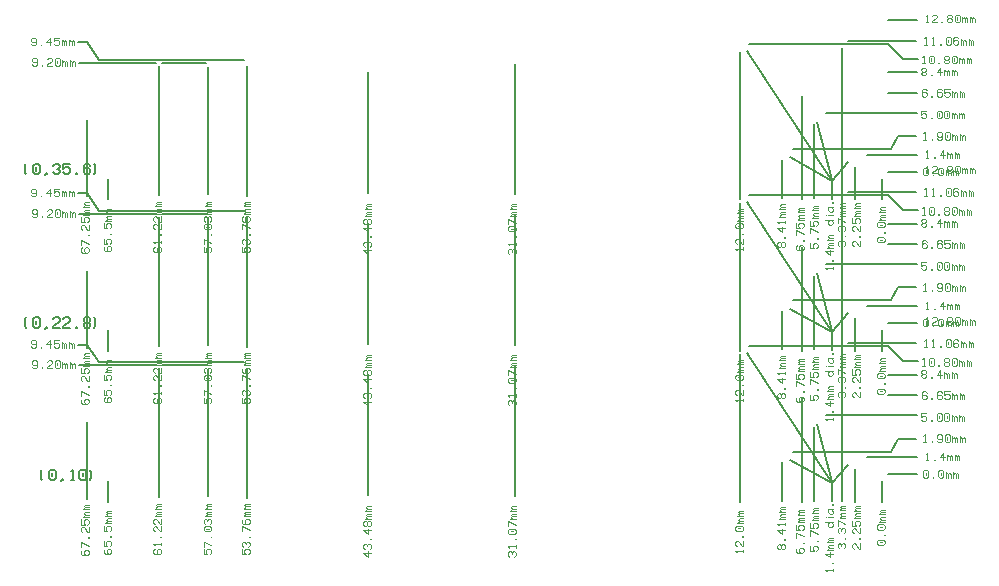
<source format=gbr>
%FSTAX24Y24*%
%MOIN*%
%IN AUX14.GBR *%
%ADD10C,0.0042*%
%ADD11C,0.0050*%
%ADD12C,0.0056*%
D12*X-002193Y00374D02*G01X-002222Y003782D01*X-002236Y00381D01*
X-00225Y003867D01*Y003951D01*X-002236Y004007D01*X-002193Y004078D02*
X-002222Y004035D01*X-002236Y004007D01*X-001744Y004021D02*
X-0018Y004078D01*X-001912D01*X-001969Y004021D01*Y003796D01*
X-001912Y00374D01*X-0018D01*X-001744Y003796D01*Y004021D01*
X-001856Y003965D02*Y003853D01*X-001547Y00374D02*X-001519D01*
X-001561Y003698D01*X-001533Y003754D01*X-001519Y00374D02*Y003768D01*
X-001547D01*Y00374D01*X-001237Y004021D02*X-001181Y004078D01*Y00374D01*
X-001125D01*X-001181D02*X-001237D01*X-000731Y004021D02*
X-000787Y004078D01*X-0009D01*X-000956Y004021D01*Y003796D01*
X-0009Y00374D01*X-000787D01*X-000731Y003796D01*Y004021D01*
X-000844Y003965D02*Y003853D01*X-000619Y00374D02*X-000591Y003782D01*
X-000576Y00381D01*X-000562Y003867D01*Y003951D01*X-000576Y004007D01*
X-000591Y004035D01*X-000619Y004078D01*X-002728Y008816D02*
X-002756Y008858D01*X-00277Y008886D01*X-002784Y008943D01*Y009027D01*
X-00277Y009083D01*X-002728Y009154D02*X-002756Y009111D01*
X-00277Y009083D01*X-002278Y009097D02*X-002334Y009154D01*X-002447D01*
X-002503Y009097D01*Y008872D01*X-002447Y008816D01*X-002334D01*
X-002278Y008872D01*Y009097D01*X-00239Y009041D02*Y008929D01*
X-002081Y008816D02*X-002053D01*X-002095Y008774D01*X-002067Y00883D01*
X-002053Y008816D02*Y008844D01*X-002081D01*Y008816D01*
X-001828Y009097D02*X-001772Y009154D01*X-001659D01*X-001603Y009097D01*
Y009041D01*X-001659Y008985D01*X-001828Y008872D01*Y008816D01*
X-001603D01*X-00149Y009097D02*X-001434Y009154D01*X-001322D01*
X-001265Y009097D01*Y009041D01*X-001322Y008985D01*X-00149Y008872D01*
Y008816D01*X-001265D01*X-001069D02*X-00104D01*Y008844D01*X-001069D01*
Y008816D01*X-000647Y008985D02*X-000591Y009041D01*Y009097D01*
X-000647Y009154D01*X-000759D01*X-000816Y009097D01*Y009041D01*
X-000759Y008985D01*X-000647D01*X-000591Y008929D01*Y008872D01*
X-000647Y008816D01*X-000759D01*X-000816Y008872D01*Y008929D01*
X-000759Y008985D01*X-000478Y008816D02*X-00045Y008858D01*
X-000436Y008886D01*X-000422Y008943D01*Y009027D01*X-000436Y009083D01*
X-00045Y009111D01*X-000478Y009154D01*X-002728Y013934D02*
X-002756Y013976D01*X-00277Y014004D01*X-002784Y014061D01*Y014145D01*
X-00277Y014201D01*X-002728Y014272D02*X-002756Y014229D01*
X-00277Y014201D01*X-002278Y014215D02*X-002334Y014272D01*X-002447D01*
X-002503Y014215D01*Y01399D01*X-002447Y013934D01*X-002334D01*
X-002278Y01399D01*Y014215D01*X-00239Y014159D02*Y014047D01*
X-002081Y013934D02*X-002053D01*X-002095Y013892D01*X-002067Y013948D01*
X-002053Y013934D02*Y013962D01*X-002081D01*Y013934D01*
X-001828Y014215D02*X-001772Y014272D01*X-001659D01*X-001603Y014215D01*
Y014159D01*X-001659Y014103D01*X-001603Y014047D01*Y01399D01*
X-001659Y013934D01*X-001772D01*X-001828Y01399D01*X-001659Y014103D02*
X-001715D01*X-001265Y014272D02*X-00149D01*Y014103D01*
X-001434Y014159D01*X-001322D01*X-001265Y014103D01*Y01399D01*
X-001322Y013934D01*X-001434D01*X-00149Y01399D01*X-001069Y013934D02*
X-00104D01*Y013962D01*X-001069D01*Y013934D01*X-000591Y014215D02*
X-000647Y014272D01*X-000759D01*X-000816Y014215D01*Y01399D01*
X-000759Y013934D01*X-000647D01*X-000591Y01399D01*Y014075D01*
X-000647Y014131D01*X-000759D01*X-000816Y014075D01*X-000478Y013934D02*
X-00045Y013976D01*X-000436Y014004D01*X-000422Y014061D01*Y014145D01*
X-000436Y014201D01*X-00045Y014229D01*X-000478Y014272D01*D10*
X025675Y001746D02*X025633Y001704D01*Y00162D01*X025675Y001578D01*
X025844D01*X025886Y00162D01*Y001704D01*X025844Y001746D01*X025675D01*
X025717Y001662D02*X025801D01*X025886Y001894D02*Y001915D01*X025865D01*
Y001894D01*X025886D01*X025675Y002253D02*X025633Y00221D01*Y002126D01*
X025675Y002084D01*X025844D01*X025886Y002126D01*Y00221D01*
X025844Y002253D01*X025675D01*X025717Y002168D02*X025801D01*
X025886Y002416D02*X02577D01*X025717Y002455D01*X02577Y002495D01*
X025886D01*X02577Y002337D02*X025717Y002376D01*X02577Y002416D01*
X025696Y002337D02*X025886D01*Y002669D02*X02577D01*X025717Y002708D01*
X02577Y002748D01*X025886D01*X02577Y00259D02*X025717Y002629D01*
X02577Y002669D01*X025696Y00259D02*X025886D01*X027334Y004027D02*
X027292Y004069D01*X027208D01*X027165Y004027D01*Y003858D01*
X027208Y003816D01*X027292D01*X027334Y003858D01*Y004027D01*
X02725Y003985D02*Y0039D01*X027482Y003816D02*X027503D01*Y003837D01*
X027482D01*Y003816D01*X02784Y004027D02*X027798Y004069D01*X027714D01*
X027672Y004027D01*Y003858D01*X027714Y003816D01*X027798D01*
X02784Y003858D01*Y004027D01*X027756Y003985D02*Y0039D01*
X028004Y003816D02*Y003932D01*X028043Y003985D01*X028083Y003932D01*
Y003816D01*X027925Y003932D02*X027964Y003985D01*X028003Y003932D01*
X027925Y004006D02*Y003816D01*X028257D02*Y003932D01*X028296Y003985D01*
X028336Y003932D01*Y003816D01*X028178Y003932D02*X028217Y003985D01*
X028257Y003932D01*X028178Y004006D02*Y003816D01*X02725Y004601D02*
X027292Y004643D01*Y00439D01*X027334D01*X027292D02*X02725D01*X027524D02*
X027545D01*Y004411D01*X027524D01*Y00439D01*X02784D02*Y004643D01*
X027714Y004495D01*X027882D01*X028046Y00439D02*Y004506D01*
X028085Y004558D01*X028125Y004506D01*Y00439D01*X027967Y004506D02*
X028006Y004558D01*X028046Y004506D01*X027967Y00458D02*Y00439D01*
X028299D02*Y004506D01*X028338Y004558D01*X028378Y004506D01*Y00439D01*
X02822Y004506D02*X028259Y004558D01*X028299Y004506D01*X02822Y00458D02*
Y00439D01*X023946Y000689D02*X023903Y000731D01*X024156D01*Y000773D01*
Y000731D02*Y000689D01*Y000963D02*Y000984D01*X024135D01*Y000963D01*
X024156D01*Y001279D02*X023903D01*X024051Y001153D01*Y001322D01*
X024156Y001485D02*X02404D01*X023988Y001524D01*X02404Y001564D01*
X024156D01*X02404Y001406D02*X023988Y001445D01*X024041Y001485D01*
X023967Y001406D02*X024156D01*Y001738D02*X02404D01*X023988Y001777D01*
X02404Y001817D01*X024156D01*X02404Y001659D02*X023988Y001698D01*
X024041Y001738D01*X023967Y001659D02*X024156D01*X023903Y002323D02*
X024156D01*X02404D02*X023988Y002271D01*Y002218D01*X02403Y002165D01*
X024104D01*X024156Y002218D01*Y002271D01*X024104Y002323D01*
X023993Y002497D02*X024156D01*X023924D02*X023919D01*X024156Y002756D02*
X023988D01*X024102Y002587D02*X024049Y002602D01*X024013Y002625D01*
X023994Y002654D01*X023988Y002675D01*Y002692D01*Y002722D01*
X024005Y002756D01*X024104Y002587D02*X024116D01*X024125Y002589D01*
X024135Y002595D01*X024144Y00261D01*X024156Y00264D01*Y002686D01*
X024137Y00273D01*X024114Y002756D01*X024156Y002903D02*Y002924D01*
X024135D01*Y002903D01*X024156D01*X027171Y005211D02*X027213Y005253D01*
Y005D01*X027255D01*X027213D02*X027171D01*X027445D02*X027466D01*
Y005021D01*X027445D01*Y005D01*X027635Y005042D02*X027677Y005D01*
X027762D01*X027804Y005042D01*Y005211D01*X027762Y005253D01*X027677D01*
X027635Y005211D01*Y005148D01*X027677Y005105D01*X027762D01*
X027804Y005148D01*X028057Y005211D02*X028015Y005253D01*X02793D01*
X027888Y005211D01*Y005042D01*X02793Y005D01*X028015D01*
X028057Y005042D01*Y005211D01*X027972Y005169D02*Y005084D01*
X02822Y005D02*Y005116D01*X02826Y005168D01*X028299Y005116D01*Y005D01*
X028141Y005116D02*X028181Y005168D01*X02822Y005116D01*X028141Y00519D02*
Y005D01*X028473D02*Y005116D01*X028513Y005168D01*X028552Y005116D01*
Y005D01*X028394Y005116D02*X028434Y005168D01*X028473Y005116D01*
X028394Y00519D02*Y005D01*X027143Y007753D02*X027185Y007795D01*
Y007542D01*X027227D01*X027185D02*X027143D01*X027522Y007753D02*
X02748Y007795D01*X027396D01*X027354Y007753D01*Y007584D01*
X027396Y007542D01*X02748D01*X027522Y007584D01*Y007753D01*
X027438Y007711D02*Y007627D01*X02767Y007542D02*X027691D01*Y007563D01*
X02767D01*Y007542D01*X027986Y007669D02*X028029Y007711D01*Y007753D01*
X027986Y007795D01*X027902D01*X02786Y007753D01*Y007711D01*
X027902Y007669D01*X027986D01*X028029Y007627D01*Y007584D01*
X027986Y007542D01*X027902D01*X02786Y007584D01*Y007627D01*
X027902Y007669D01*X028282Y007753D02*X02824Y007795D01*X028155D01*
X028113Y007753D01*Y007584D01*X028155Y007542D01*X02824D01*
X028282Y007584D01*Y007753D01*X028197Y007711D02*Y007627D01*
X028445Y007542D02*Y007658D01*X028484Y007711D01*X028524Y007658D01*
Y007542D01*X028366Y007658D02*X028405Y007711D01*X028445Y007658D01*
X028366Y007732D02*Y007542D01*X028698D02*Y007658D01*X028738Y007711D01*
X028777Y007658D01*Y007542D01*X028619Y007658D02*X028659Y007711D01*
X028698Y007658D01*X028619Y007732D02*Y007542D01*X027203Y00838D02*
X027245Y008422D01*Y008169D01*X027287D01*X027245D02*X027203D01*
X027456Y00838D02*X027498Y008422D01*Y008169D01*X02754D01*X027498D02*
X027456D01*X02773D02*X027751D01*Y00819D01*X02773D01*Y008169D01*
X028088Y00838D02*X028046Y008422D01*X027962D01*X02792Y00838D01*
Y008211D01*X027962Y008169D01*X028046D01*X028088Y008211D01*Y00838D01*
X028004Y008338D02*Y008254D01*X028341Y00838D02*X028299Y008422D01*
X028215D01*X028173Y00838D01*Y008211D01*X028215Y008169D01*X028299D01*
X028341Y008211D01*Y008275D01*X028299Y008317D01*X028215D01*
X028173Y008275D01*X028505Y008169D02*Y008285D01*X028544Y008338D01*
X028584Y008285D01*Y008169D01*X028426Y008285D02*X028465Y008338D01*
X028505Y008285D01*X028426Y008359D02*Y008169D01*X028758D02*Y008285D01*
X028797Y008338D01*X028837Y008285D01*Y008169D01*X028679Y008285D02*
X028718Y008338D01*X028758Y008285D01*X028679Y008359D02*Y008169D01*
X020951Y001325D02*X020908Y001367D01*X021161D01*Y001409D01*Y001367D02*
Y001325D01*X020951Y001535D02*X020908Y001578D01*Y001662D01*
X020951Y001704D01*X020993D01*X021035Y001662D01*X021119Y001535D01*
X021161D01*Y001704D01*Y001852D02*Y001873D01*X02114D01*Y001852D01*
X021161D01*X020951Y00221D02*X020908Y002168D01*Y002084D01*
X020951Y002042D01*X021119D01*X021161Y002084D01*Y002168D01*
X021119Y00221D01*X020951D01*X020993Y002126D02*X021077D01*
X021161Y002374D02*X021045D01*X020993Y002413D01*X021045Y002453D01*
X021161D01*X021045Y002295D02*X020993Y002334D01*X021046Y002374D01*
X020972Y002295D02*X021161D01*Y002627D02*X021045D01*X020993Y002666D01*
X021045Y002706D01*X021161D01*X021045Y002548D02*X020993Y002587D01*
X021046Y002627D01*X020972Y002548D02*X021161D01*X02725Y009128D02*
X027292Y00917D01*Y008917D01*X027334D01*X027292D02*X02725D01*
X027461Y009128D02*X027503Y00917D01*X027587D01*X027629Y009128D01*
Y009086D01*X027587Y009044D01*X027461Y00896D01*Y008917D01*X027629D01*
X027777D02*X027798D01*Y008938D01*X027777D01*Y008917D01*
X028093Y009044D02*X028135Y009086D01*Y009128D01*X028093Y00917D01*
X028009D01*X027967Y009128D01*Y009086D01*X028009Y009044D01*X028093D01*
X028135Y009002D01*Y00896D01*X028093Y008917D01*X028009D01*
X027967Y00896D01*Y009002D01*X028009Y009044D01*X028389Y009128D02*
X028346Y00917D01*X028262D01*X02822Y009128D01*Y00896D01*
X028262Y008917D01*X028346D01*X028389Y00896D01*Y009128D01*
X028304Y009086D02*Y009002D01*X028552Y008917D02*Y009033D01*
X028591Y009086D01*X028631Y009033D01*Y008917D01*X028473Y009033D02*
X028512Y009086D01*X028552Y009033D01*X028473Y009107D02*Y008917D01*
X028805D02*Y009033D01*X028844Y009086D01*X028884Y009033D01*Y008917D01*
X028726Y009033D02*X028765Y009086D01*X028805Y009033D01*
X028726Y009107D02*Y008917D01*X024848Y001452D02*X024806Y001494D01*
Y001579D01*X024848Y001621D01*X024891D01*X024933Y001579D01*
X025017Y001452D01*X025059D01*Y001621D01*Y001769D02*Y00179D01*
X025038D01*Y001769D01*X025059D01*X024848Y001958D02*X024806Y002001D01*
Y002085D01*X024848Y002127D01*X024891D01*X024933Y002085D01*
X025017Y001958D01*X025059D01*Y002127D01*X024806Y00238D02*Y002211D01*
X024933D01*X024891Y002254D01*Y002338D01*X024933Y00238D01*X025017D01*
X025059Y002338D01*Y002254D01*X025017Y002211D01*X025059Y002544D02*
X024943D01*X024891Y002583D01*X024943Y002623D01*X025059D01*
X024943Y002465D02*X024891Y002504D01*X024944Y002543D01*X02487Y002465D02*
X025059D01*Y002797D02*X024943D01*X024891Y002836D01*X024943Y002876D01*
X025059D01*X024943Y002718D02*X024891Y002757D01*X024944Y002797D01*
X02487Y002718D02*X025059D01*X024358Y001459D02*X024316Y001501D01*
Y001586D01*X024358Y001628D01*X024401D01*X024443Y001586D01*
X024485Y001628D01*X024527D01*X024569Y001586D01*Y001501D01*
X024527Y001459D01*X024443Y001586D02*Y001544D01*X024569Y001776D02*
Y001797D01*X024548D01*Y001776D01*X024569D01*X024358Y001965D02*
X024316Y002008D01*Y002092D01*X024358Y002134D01*X024401D01*
X024443Y002092D01*X024485Y002134D01*X024527D01*X024569Y002092D01*
Y002008D01*X024527Y001965D01*X024443Y002092D02*Y00205D01*
X024316Y002218D02*Y002387D01*X024569Y002261D01*Y002551D02*X024453D01*
X024401Y00259D01*X024453Y00263D01*X024569D01*X024453Y002472D02*
X024401Y002511D01*X024454Y00255D01*X02438Y002472D02*X024569D01*
Y002804D02*X024453D01*X024401Y002843D01*X024453Y002883D01*X024569D01*
X024453Y002725D02*X024401Y002764D01*X024454Y002804D01*X02438Y002725D02*
X024569D01*X013372Y001184D02*X01333Y001226D01*Y00131D01*
X013372Y001353D01*X013414D01*X013456Y00131D01*X013498Y001353D01*
X01354D01*X013583Y00131D01*Y001226D01*X01354Y001184D01*
X013456Y00131D02*Y001268D01*X013372Y001479D02*X01333Y001521D01*
X013583D01*Y001564D01*Y001521D02*Y001479D01*Y001753D02*Y001774D01*
X013562D01*Y001753D01*X013583D01*X013372Y002112D02*X01333Y00207D01*
Y001985D01*X013372Y001943D01*X01354D01*X013583Y001985D01*Y00207D01*
X01354Y002112D01*X013372D01*X013414Y002028D02*X013498D01*
X01333Y002196D02*Y002365D01*X013583Y002238D01*Y002528D02*X013467D01*
X013414Y002568D01*X013467Y002607D01*X013583D01*X013467Y002449D02*
X013414Y002489D01*X013467Y002528D01*X013393Y002449D02*X013583D01*
Y002781D02*X013467D01*X013414Y002821D01*X013467Y002861D01*X013583D01*
X013467Y002702D02*X013414Y002742D01*X013467Y002781D01*
X013393Y002702D02*X013583D01*X00876Y00131D02*X008507D01*
X008654Y001184D01*Y001353D01*X008549Y001437D02*X008507Y001479D01*
Y001564D01*X008549Y001606D01*X008591D01*X008633Y001564D01*
X008675Y001606D01*X008718D01*X00876Y001564D01*Y001479D01*
X008718Y001437D01*X008633Y001564D02*Y001521D01*X00876Y001753D02*
Y001774D01*X008739D01*Y001753D01*X00876D01*Y00207D02*X008507D01*
X008654Y001943D01*Y002112D01*X008633Y002323D02*X008591Y002365D01*
X008549D01*X008507Y002323D01*Y002238D01*X008549Y002196D01*X008591D01*
X008633Y002238D01*Y002323D01*X008675Y002365D01*X008718D01*
X00876Y002323D01*Y002238D01*X008718Y002196D01*X008675D01*
X008633Y002238D01*X00876Y002528D02*X008644D01*X008591Y002568D01*
X008644Y002607D01*X00876D01*X008644Y002449D02*X008591Y002489D01*
X008644Y002528D01*X00857Y002449D02*X00876D01*Y002781D02*X008644D01*
X008591Y002821D01*X008644Y002861D01*X00876D01*X008644Y002702D02*
X008591Y002742D01*X008644Y002781D01*X00857Y002702D02*X00876D01*
X027278Y005962D02*X027109D01*Y005835D01*X027151Y005877D01*X027236D01*
X027278Y005835D01*Y005751D01*X027236Y005709D01*X027151D01*
X027109Y005751D01*X027425Y005709D02*X027447D01*Y00573D01*X027425D01*
Y005709D01*X027784Y00592D02*X027742Y005962D01*X027657D01*
X027615Y00592D01*Y005751D01*X027657Y005709D01*X027742D01*
X027784Y005751D01*Y00592D01*X0277Y005877D02*Y005793D01*
X028037Y00592D02*X027995Y005962D01*X027911D01*X027868Y00592D01*
Y005751D01*X027911Y005709D01*X027995D01*X028037Y005751D01*Y00592D01*
X027953Y005877D02*Y005793D01*X028201Y005709D02*Y005825D01*
X02824Y005877D01*X02828Y005825D01*Y005709D01*X028121Y005825D02*
X028161Y005877D01*X0282Y005824D01*X028121Y005898D02*Y005709D01*
X028454D02*Y005825D01*X028493Y005877D01*X028533Y005825D01*Y005709D01*
X028375Y005825D02*X028414Y005877D01*X028453Y005824D01*
X028375Y005898D02*Y005709D01*X023397Y001547D02*Y001378D01*X023524D01*
X023481Y00142D01*Y001504D01*X023524Y001547D01*X023608D01*
X02365Y001504D01*Y00142D01*X023608Y001378D01*X02365Y001694D02*
Y001715D01*X023629D01*Y001694D01*X02365D01*X023397Y001884D02*
Y002053D01*X02365Y001926D01*X023397Y002306D02*Y002137D01*X023524D01*
X023481Y002179D01*Y002264D01*X023524Y002306D01*X023608D01*
X02365Y002264D01*Y002179D01*X023608Y002137D01*X02365Y002469D02*
X023534D01*X023482Y002509D01*X023534Y002549D01*X02365D01*
X023534Y00239D02*X023482Y00243D01*X023534Y002469D01*X02346Y00239D02*
X02365D01*Y002723D02*X023534D01*X023482Y002762D01*X023534Y002802D01*
X02365D01*X023534Y002643D02*X023482Y002683D01*X023534Y002722D01*
X02346Y002643D02*X02365D01*X00446Y001429D02*Y001261D01*X004586D01*
X004544Y001303D01*Y001387D01*X004586Y001429D01*X00467D01*
X004713Y001387D01*Y001303D01*X00467Y001261D01*X004502Y001514D02*
X00446Y001556D01*Y00164D01*X004502Y001682D01*X004544D01*
X004586Y00164D01*X004628Y001682D01*X00467D01*X004713Y00164D01*
Y001556D01*X00467Y001514D01*X004586Y00164D02*Y001598D01*
X004713Y00183D02*Y001851D01*X004692D01*Y00183D01*X004713D01*
X00446Y00202D02*Y002188D01*X004713Y002062D01*X004502Y002442D02*
X00446Y002399D01*Y002315D01*X004502Y002273D01*X00467D01*
X004713Y002315D01*Y002399D01*X00467Y002442D01*X004607D01*
X004565Y002399D01*Y002315D01*X004607Y002273D01*X004713Y002605D02*
X004597D01*X004544Y002644D01*X004597Y002684D01*X004713D01*
X004597Y002526D02*X004544Y002565D01*X004597Y002605D01*
X004523Y002526D02*X004713D01*Y002858D02*X004597D01*X004544Y002897D01*
X004597Y002937D01*X004713D01*X004597Y002779D02*X004544Y002818D01*
X004597Y002858D01*X004523Y002779D02*X004713D01*X00318Y001429D02*
Y001261D01*X003307D01*X003264Y001303D01*Y001387D01*X003307Y001429D01*
X003391D01*X003433Y001387D01*Y001303D01*X003391Y001261D01*
X00318Y001514D02*Y001682D01*X003433Y001556D01*Y00183D02*Y001851D01*
X003412D01*Y00183D01*X003433D01*X003222Y002188D02*X00318Y002146D01*
Y002062D01*X003222Y00202D01*X003391D01*X003433Y002062D01*Y002146D01*
X003391Y002188D01*X003222D01*X003264Y002104D02*X003349D01*
X003222Y002273D02*X00318Y002315D01*Y002399D01*X003222Y002442D01*
X003264D01*X003307Y002399D01*X003349Y002442D01*X003391D01*
X003433Y002399D01*Y002315D01*X003391Y002273D01*X003307Y002399D02*
Y002357D01*X003433Y002605D02*X003317D01*X003265Y002644D01*
X003317Y002684D01*X003433D01*X003317Y002526D02*X003265Y002565D01*
X003317Y002605D01*X003243Y002526D02*X003433D01*Y002858D02*X003317D01*
X003265Y002897D01*X003317Y002937D01*X003433D01*X003317Y002779D02*
X003265Y002818D01*X003317Y002858D01*X003243Y002779D02*X003433D01*
X027286Y006647D02*X027243Y006689D01*X027159D01*X027117Y006647D01*
Y006478D01*X027159Y006436D01*X027243D01*X027286Y006478D01*Y006541D01*
X027243Y006583D01*X027159D01*X027117Y006541D01*X027433Y006436D02*
X027454D01*Y006457D01*X027433D01*Y006436D01*X027792Y006647D02*
X02775Y006689D01*X027665D01*X027623Y006647D01*Y006478D01*
X027665Y006436D01*X02775D01*X027792Y006478D01*Y006541D01*
X02775Y006583D01*X027665D01*X027623Y006541D01*X028045Y006689D02*
X027876D01*Y006562D01*X027918Y006604D01*X028003D01*X028045Y006562D01*
Y006478D01*X028003Y006436D01*X027918D01*X027876Y006478D01*
X028208Y006436D02*Y006552D01*X028248Y006604D01*X028287Y006552D01*
Y006436D01*X028129Y006552D02*X028169Y006604D01*X028208Y006551D01*
X028129Y006625D02*Y006436D01*X028461D02*Y006552D01*X028501Y006604D01*
X02854Y006552D01*Y006436D01*X028382Y006552D02*X028422Y006604D01*
X028461Y006551D01*X028382Y006625D02*Y006436D01*X022968Y001479D02*
X022926Y001437D01*Y001353D01*X022968Y00131D01*X023137D01*
X023179Y001353D01*Y001437D01*X023137Y001479D01*X023074D01*
X023031Y001437D01*Y001353D01*X023074Y00131D01*X023179Y001627D02*
Y001648D01*X023158D01*Y001627D01*X023179D01*X022926Y001817D02*
Y001985D01*X023179Y001859D01*X022926Y002238D02*Y00207D01*X023053D01*
X02301Y002112D01*Y002196D01*X023053Y002238D01*X023137D01*
X023179Y002196D01*Y002112D01*X023137Y00207D01*X023179Y002402D02*
X023063D01*X023011Y002441D01*X023063Y002481D01*X023179D01*
X023063Y002323D02*X023011Y002362D01*X023063Y002402D01*
X022989Y002323D02*X023179D01*Y002655D02*X023063D01*X023011Y002694D01*
X023063Y002734D01*X023179D01*X023063Y002576D02*X023011Y002615D01*
X023063Y002655D01*X022989Y002576D02*X023179D01*X001549Y001429D02*
X001507Y001387D01*Y001303D01*X001549Y001261D01*X001718D01*
X00176Y001303D01*Y001387D01*X001718Y001429D01*X001654D01*
X001612Y001387D01*Y001303D01*X001654Y001261D01*X001549Y001556D02*
X001507Y001598D01*X00176D01*Y00164D01*Y001598D02*Y001556D01*Y00183D02*
Y001851D01*X001739D01*Y00183D01*X00176D01*X001549Y00202D02*
X001507Y002062D01*Y002146D01*X001549Y002188D01*X001591D01*
X001633Y002146D01*X001718Y00202D01*X00176D01*Y002188D01*
X001549Y002273D02*X001507Y002315D01*Y002399D01*X001549Y002442D01*
X001591D01*X001633Y002399D01*X001718Y002273D01*X00176D01*Y002442D01*
Y002605D02*X001644D01*X001591Y002644D01*X001644Y002684D01*X00176D01*
X001644Y002526D02*X001591Y002565D01*X001644Y002605D01*X00157Y002526D02*
X00176D01*Y002858D02*X001644D01*X001591Y002897D01*X001644Y002937D01*
X00176D01*X001644Y002779D02*X001591Y002818D01*X001644Y002858D01*
X00157Y002779D02*X00176D01*X-000112Y001451D02*X-000155Y001409D01*
Y001325D01*X-000112Y001282D01*X000056D01*X000098Y001325D01*Y001409D01*
X000056Y001451D01*X-000007D01*X-000049Y001409D01*Y001325D01*
X-000007Y001282D01*X-000155Y001704D02*Y001535D01*X-000028D01*
X-00007Y001578D01*Y001662D01*X-000028Y001704D01*X000056D01*
X000098Y001662D01*Y001578D01*X000056Y001535D01*X000098Y001852D02*
Y001873D01*X000077D01*Y001852D01*X000098D01*X-000155Y00221D02*
Y002042D01*X-000028D01*X-00007Y002084D01*Y002168D01*X-000028Y00221D01*
X000056D01*X000098Y002168D01*Y002084D01*X000056Y002042D01*
X000098Y002374D02*X-000018D01*X-00007Y002413D01*X-000018Y002453D01*
X000098D01*X-000018Y002295D02*X-00007Y002334D01*X-000017Y002374D01*
X-000091Y002295D02*X000098D01*Y002627D02*X-000018D01*X-00007Y002666D01*
X-000018Y002706D01*X000098D01*X-000018Y002548D02*X-00007Y002587D01*
X-000017Y002627D01*X-000091Y002548D02*X000098D01*X-000858Y001409D02*
X-0009Y001367D01*Y001282D01*X-000858Y00124D01*X-000689D01*
X-000647Y001282D01*Y001367D01*X-000689Y001409D01*X-000752D01*
X-000794Y001367D01*Y001282D01*X-000752Y00124D01*X-0009Y001493D02*
Y001662D01*X-000647Y001535D01*Y00181D02*Y001831D01*X-000668D01*
Y00181D01*X-000647D01*X-000858Y001999D02*X-0009Y002042D01*Y002126D01*
X-000858Y002168D01*X-000816D01*X-000773Y002126D01*X-000689Y001999D01*
X-000647D01*Y002168D01*X-0009Y002421D02*Y002252D01*X-000773D01*
X-000816Y002295D01*Y002379D01*X-000773Y002421D01*X-000689D01*
X-000647Y002379D01*Y002295D01*X-000689Y002252D01*X-000647Y002585D02*
X-000763D01*X-000815Y002624D01*X-000763Y002664D01*X-000647D01*
X-000763Y002506D02*X-000815Y002545D01*X-000763Y002584D01*
X-000837Y002506D02*X-000647D01*Y002838D02*X-000763D01*
X-000815Y002877D01*X-000763Y002917D01*X-000647D01*X-000763Y002759D02*
X-000815Y002798D01*X-000763Y002838D01*X-000837Y002759D02*X-000647D01*
X022433Y001547D02*X02239Y001589D01*X022348D01*X022306Y001547D01*
Y001462D01*X022348Y00142D01*X02239D01*X022433Y001462D01*Y001547D01*
X022475Y001589D01*X022517D01*X022559Y001547D01*Y001462D01*
X022517Y00142D01*X022475D01*X022433Y001462D01*X022559Y001736D02*
Y001758D01*X022538D01*Y001736D01*X022559D01*Y002053D02*X022306D01*
X022454Y001926D01*Y002095D01*X022348Y002222D02*X022306Y002264D01*
X022559D01*Y002306D01*Y002264D02*Y002222D01*Y002512D02*X022443D01*
X022391Y002551D01*X022443Y002591D01*X022559D01*X022443Y002433D02*
X022391Y002472D01*X022443Y002511D01*X022369Y002433D02*X022559D01*
Y002765D02*X022443D01*X022391Y002804D01*X022443Y002844D01*X022559D01*
X022443Y002686D02*X022391Y002725D01*X022443Y002765D01*
X022369Y002686D02*X022559D01*X027236Y007272D02*X027278Y007314D01*
Y007357D01*X027236Y007399D01*X027151D01*X027109Y007357D01*Y007314D01*
X027151Y007272D01*X027236D01*X027278Y00723D01*Y007188D01*
X027236Y007146D01*X027151D01*X027109Y007188D01*Y00723D01*
X027151Y007272D01*X027425Y007146D02*X027447D01*Y007167D01*X027425D01*
Y007146D01*X027742D02*Y007399D01*X027615Y007251D01*X027784D01*
X027947Y007146D02*Y007262D01*X027987Y007314D01*X028027Y007262D01*
Y007146D01*X027868Y007262D02*X027908Y007314D01*X027947Y007261D01*
X027868Y007335D02*Y007146D01*X0282D02*Y007262D01*X02824Y007314D01*
X02828Y007262D01*Y007146D01*X028121Y007262D02*X028161Y007314D01*
X0282Y007261D01*X028121Y007335D02*Y007146D01*X-002535Y007511D02*
X-002493Y007469D01*X-002408D01*X-002366Y007511D01*Y00768D01*
X-002408Y007722D01*X-002493D01*X-002535Y00768D01*Y007616D01*
X-002493Y007574D01*X-002408D01*X-002366Y007616D01*X-002219Y007469D02*
X-002197D01*Y00749D01*X-002219D01*Y007469D01*X-002029Y00768D02*
X-001987Y007722D01*X-001902D01*X-00186Y00768D01*Y007637D01*
X-001902Y007595D01*X-002029Y007511D01*Y007469D01*X-00186D01*
X-001607Y00768D02*X-001649Y007722D01*X-001733D01*X-001776Y00768D01*
Y007511D01*X-001733Y007469D01*X-001649D01*X-001607Y007511D01*Y00768D01*
X-001691Y007637D02*Y007553D01*X-001443Y007469D02*Y007585D01*
X-001404Y007637D01*X-001364Y007585D01*Y007469D01*X-001523Y007585D02*
X-001483Y007637D01*X-001444Y007584D01*X-001523Y007658D02*Y007469D01*
X-00119D02*Y007585D01*X-001151Y007637D01*X-001111Y007585D01*Y007469D01*
X-001269Y007585D02*X-00123Y007637D01*X-001191Y007584D01*
X-001269Y007658D02*Y007469D01*X-002565Y008192D02*X-002522Y00815D01*
X-002438D01*X-002396Y008192D01*Y008361D01*X-002438Y008403D01*
X-002522D01*X-002565Y008361D01*Y008297D01*X-002522Y008255D01*
X-002438D01*X-002396Y008297D01*X-002248Y00815D02*X-002227D01*
Y008171D01*X-002248D01*Y00815D01*X-001932D02*Y008403D01*
X-002058Y008255D01*X-00189D01*X-001637Y008403D02*X-001805D01*
Y008276D01*X-001763Y008318D01*X-001679D01*X-001637Y008276D01*
Y008192D01*X-001679Y00815D01*X-001763D01*X-001805Y008192D01*
X-001473Y00815D02*Y008266D01*X-001434Y008318D01*X-001394Y008266D01*
Y00815D01*X-001552Y008266D02*X-001513Y008318D01*X-001473Y008265D01*
X-001552Y008339D02*Y00815D01*X-00122D02*Y008266D01*X-001181Y008318D01*
X-001141Y008266D01*Y00815D01*X-001299Y008266D02*X-00126Y008318D01*
X-00122Y008265D01*X-001299Y008339D02*Y00815D01*D11*X024902Y004094D02*
Y003012D01*X021063Y007933D02*Y003012D01*X025787Y003701D02*Y003012D01*
X0Y003701D02*Y003012D01*X00867Y007263D02*Y003227D01*X01355Y00753D02*
Y003199D01*X-000689Y005669D02*Y00311D01*X021299Y007953D02*
X024134Y003622D01*Y003031D01*Y003622D02*X024646Y004252D01*
X025984Y003937D02*X026969D01*X025984Y006555D02*X026969D01*
X025984Y007244D02*X026969D01*X025984Y008976D02*X026969D01*
X025295Y004488D02*X026969D01*X021378Y008189D02*X026004D01*
X026496Y007697D01*X026988D01*X02313Y006457D02*Y003012D01*
X001685Y007461D02*X001685Y003157D01*X003335Y007419D02*Y003187D01*
X004621Y00313D02*Y007461D01*X024134Y003622D02*X022717Y004409D01*
X024134Y003661D02*X023622Y005591D01*X023917Y005906D02*X026969D01*
X022835Y004685D02*X025591D01*X026083D01*X026339Y005118D01*X026929D01*
X023524Y005512D02*Y003051D01*X022476Y004331D02*Y003051D01*
X024658Y00829D02*X026921D01*X024461Y008071D02*Y003051D01*
X001587Y007559D02*X-000972D01*X001783D02*X00326D01*X004523Y007658D02*
X-0003D01*X-000694Y008248D01*X-000989D01*D10*X025675Y006786D02*
X025633Y006744D01*Y006659D01*X025675Y006617D01*X025844D01*
X025886Y006659D01*Y006744D01*X025844Y006786D01*X025675D01*
X025717Y006701D02*X025801D01*X025886Y006933D02*Y006954D01*X025865D01*
Y006933D01*X025886D01*X025675Y007292D02*X025633Y00725D01*Y007165D01*
X025675Y007123D01*X025844D01*X025886Y007165D01*Y00725D01*
X025844Y007292D01*X025675D01*X025717Y007208D02*X025801D01*
X025886Y007455D02*X02577D01*X025717Y007495D01*X02577Y007534D01*
X025886D01*X02577Y007376D02*X025717Y007416D01*X02577Y007455D01*
X025696Y007376D02*X025886D01*Y007708D02*X02577D01*X025717Y007748D01*
X02577Y007788D01*X025886D01*X02577Y007629D02*X025717Y007669D01*
X02577Y007708D01*X025696Y007629D02*X025886D01*X027334Y009066D02*
X027292Y009109D01*X027208D01*X027165Y009066D01*Y008898D01*
X027208Y008855D01*X027292D01*X027334Y008898D01*Y009066D01*
X02725Y009024D02*Y00894D01*X027482Y008855D02*X027503D01*Y008877D01*
X027482D01*Y008855D01*X02784Y009066D02*X027798Y009109D01*X027714D01*
X027672Y009066D01*Y008898D01*X027714Y008855D01*X027798D01*
X02784Y008898D01*Y009066D01*X027756Y009024D02*Y00894D01*
X028004Y008855D02*Y008971D01*X028043Y009024D01*X028083Y008971D01*
Y008855D01*X027925Y008971D02*X027964Y009024D01*X028003Y008971D01*
X027925Y009045D02*Y008855D01*X028257D02*Y008971D01*X028296Y009024D01*
X028336Y008971D01*Y008855D01*X028178Y008971D02*X028217Y009024D01*
X028257Y008971D01*X028178Y009045D02*Y008855D01*X02725Y00964D02*
X027292Y009682D01*Y009429D01*X027334D01*X027292D02*X02725D01*
X027524D02*X027545D01*Y00945D01*X027524D01*Y009429D01*X02784D02*
Y009682D01*X027714Y009535D01*X027882D01*X028046Y009429D02*Y009545D01*
X028085Y009598D01*X028125Y009545D01*Y009429D01*X027967Y009545D02*
X028006Y009598D01*X028046Y009545D01*X027967Y009619D02*Y009429D01*
X028299D02*Y009545D01*X028338Y009598D01*X028378Y009545D01*Y009429D01*
X02822Y009545D02*X028259Y009598D01*X028299Y009545D01*X02822Y009619D02*
Y009429D01*X023946Y005728D02*X023903Y00577D01*X024156D01*Y005813D01*
Y00577D02*Y005728D01*Y006002D02*Y006023D01*X024135D01*Y006002D01*
X024156D01*Y006319D02*X023903D01*X024051Y006192D01*Y006361D01*
X024156Y006524D02*X02404D01*X023988Y006564D01*X02404Y006603D01*
X024156D01*X02404Y006445D02*X023988Y006485D01*X024041Y006524D01*
X023967Y006445D02*X024156D01*Y006777D02*X02404D01*X023988Y006817D01*
X02404Y006856D01*X024156D01*X02404Y006698D02*X023988Y006738D01*
X024041Y006777D01*X023967Y006698D02*X024156D01*X023903Y007363D02*
X024156D01*X02404D02*X023988Y00731D01*Y007257D01*X02403Y007204D01*
X024104D01*X024156Y007257D01*Y00731D01*X024104Y007363D01*
X023993Y007537D02*X024156D01*X023924D02*X023919D01*X024156Y007795D02*
X023988D01*X024102Y007626D02*X024049Y007641D01*X024013Y007664D01*
X023994Y007694D01*X023988Y007715D01*Y007732D01*Y007761D01*
X024005Y007795D01*X024104Y007626D02*X024116D01*X024125Y007628D01*
X024135Y007635D01*X024144Y007649D01*X024156Y007679D01*Y007725D01*
X024137Y00777D01*X024114Y007795D01*X024156Y007943D02*Y007964D01*
X024135D01*Y007943D01*X024156D01*X027171Y01025D02*X027213Y010292D01*
Y010039D01*X027255D01*X027213D02*X027171D01*X027445D02*X027466D01*
Y01006D01*X027445D01*Y010039D01*X027635Y010082D02*X027677Y010039D01*
X027762D01*X027804Y010082D01*Y01025D01*X027762Y010292D01*X027677D01*
X027635Y01025D01*Y010187D01*X027677Y010145D01*X027762D01*
X027804Y010187D01*X028057Y01025D02*X028015Y010292D01*X02793D01*
X027888Y01025D01*Y010082D01*X02793Y010039D01*X028015D01*
X028057Y010082D01*Y01025D01*X027972Y010208D02*Y010124D01*
X02822Y010039D02*Y010155D01*X02826Y010208D01*X028299Y010155D01*
Y010039D01*X028141Y010155D02*X028181Y010208D01*X02822Y010155D01*
X028141Y010229D02*Y010039D01*X028473D02*Y010155D01*X028513Y010208D01*
X028552Y010155D01*Y010039D01*X028394Y010155D02*X028434Y010208D01*
X028473Y010155D01*X028394Y010229D02*Y010039D01*X027143Y012792D02*
X027185Y012835D01*Y012582D01*X027227D01*X027185D02*X027143D01*
X027522Y012792D02*X02748Y012835D01*X027396D01*X027354Y012792D01*
Y012624D01*X027396Y012582D01*X02748D01*X027522Y012624D01*Y012792D01*
X027438Y01275D02*Y012666D01*X02767Y012582D02*X027691D01*Y012603D01*
X02767D01*Y012582D01*X027986Y012708D02*X028029Y01275D01*Y012792D01*
X027986Y012835D01*X027902D01*X02786Y012792D01*Y01275D01*
X027902Y012708D01*X027986D01*X028029Y012666D01*Y012624D01*
X027986Y012582D01*X027902D01*X02786Y012624D01*Y012666D01*
X027902Y012708D01*X028282Y012792D02*X02824Y012835D01*X028155D01*
X028113Y012792D01*Y012624D01*X028155Y012582D01*X02824D01*
X028282Y012624D01*Y012792D01*X028197Y01275D02*Y012666D01*
X028445Y012582D02*Y012698D01*X028484Y01275D01*X028524Y012698D01*
Y012582D01*X028366Y012698D02*X028405Y01275D01*X028445Y012697D01*
X028366Y012771D02*Y012582D01*X028698D02*Y012698D01*X028738Y01275D01*
X028777Y012698D01*Y012582D01*X028619Y012698D02*X028659Y01275D01*
X028698Y012697D01*X028619Y012771D02*Y012582D01*X027203Y01342D02*
X027245Y013462D01*Y013209D01*X027287D01*X027245D02*X027203D01*
X027456Y01342D02*X027498Y013462D01*Y013209D01*X02754D01*X027498D02*
X027456D01*X02773D02*X027751D01*Y01323D01*X02773D01*Y013209D01*
X028088Y01342D02*X028046Y013462D01*X027962D01*X02792Y01342D01*
Y013251D01*X027962Y013209D01*X028046D01*X028088Y013251D01*Y01342D01*
X028004Y013377D02*Y013293D01*X028341Y01342D02*X028299Y013462D01*
X028215D01*X028173Y01342D01*Y013251D01*X028215Y013209D01*X028299D01*
X028341Y013251D01*Y013314D01*X028299Y013356D01*X028215D01*
X028173Y013314D01*X028505Y013209D02*Y013325D01*X028544Y013377D01*
X028584Y013325D01*Y013209D01*X028426Y013325D02*X028465Y013377D01*
X028505Y013324D01*X028426Y013398D02*Y013209D01*X028758D02*Y013325D01*
X028797Y013377D01*X028837Y013325D01*Y013209D01*X028679Y013325D02*
X028718Y013377D01*X028758Y013324D01*X028679Y013398D02*Y013209D01*
X020951Y006364D02*X020908Y006406D01*X021161D01*Y006448D01*Y006406D02*
Y006364D01*X020951Y006575D02*X020908Y006617D01*Y006701D01*
X020951Y006744D01*X020993D01*X021035Y006701D01*X021119Y006575D01*
X021161D01*Y006744D01*Y006891D02*Y006912D01*X02114D01*Y006891D01*
X021161D01*X020951Y00725D02*X020908Y007208D01*Y007123D01*
X020951Y007081D01*X021119D01*X021161Y007123D01*Y007208D01*
X021119Y00725D01*X020951D01*X020993Y007165D02*X021077D01*
X021161Y007413D02*X021045D01*X020993Y007452D01*X021045Y007492D01*
X021161D01*X021045Y007334D02*X020993Y007373D01*X021046Y007413D01*
X020972Y007334D02*X021161D01*Y007666D02*X021045D01*X020993Y007706D01*
X021045Y007745D01*X021161D01*X021045Y007587D02*X020993Y007627D01*
X021046Y007666D01*X020972Y007587D02*X021161D01*X02725Y014168D02*
X027292Y01421D01*Y013957D01*X027334D01*X027292D02*X02725D01*
X027461Y014168D02*X027503Y01421D01*X027587D01*X027629Y014168D01*
Y014125D01*X027587Y014083D01*X027461Y013999D01*Y013957D01*X027629D01*
X027777D02*X027798D01*Y013978D01*X027777D01*Y013957D01*
X028093Y014083D02*X028135Y014125D01*Y014168D01*X028093Y01421D01*
X028009D01*X027967Y014168D01*Y014125D01*X028009Y014083D01*X028093D01*
X028135Y014041D01*Y013999D01*X028093Y013957D01*X028009D01*
X027967Y013999D01*Y014041D01*X028009Y014083D01*X028389Y014168D02*
X028346Y01421D01*X028262D01*X02822Y014168D01*Y013999D01*
X028262Y013957D01*X028346D01*X028389Y013999D01*Y014168D01*
X028304Y014125D02*Y014041D01*X028552Y013957D02*Y014073D01*
X028591Y014125D01*X028631Y014073D01*Y013957D01*X028473Y014073D02*
X028512Y014125D01*X028552Y014073D01*X028473Y014146D02*Y013957D01*
X028805D02*Y014073D01*X028844Y014125D01*X028884Y014073D01*Y013957D01*
X028726Y014073D02*X028765Y014125D01*X028805Y014073D01*
X028726Y014146D02*Y013957D01*X024848Y006492D02*X024806Y006534D01*
Y006618D01*X024848Y00666D01*X024891D01*X024933Y006618D01*
X025017Y006492D01*X025059D01*Y00666D01*Y006808D02*Y006829D01*
X025038D01*Y006808D01*X025059D01*X024848Y006998D02*X024806Y00704D01*
Y007124D01*X024848Y007166D01*X024891D01*X024933Y007124D01*
X025017Y006998D01*X025059D01*Y007166D01*X024806Y00742D02*Y007251D01*
X024933D01*X024891Y007293D01*Y007377D01*X024933Y00742D01*X025017D01*
X025059Y007377D01*Y007293D01*X025017Y007251D01*X025059Y007583D02*
X024943D01*X024891Y007622D01*X024943Y007662D01*X025059D01*
X024943Y007504D02*X024891Y007543D01*X024944Y007583D01*X02487Y007504D02*
X025059D01*Y007836D02*X024943D01*X024891Y007875D01*X024943Y007915D01*
X025059D01*X024943Y007757D02*X024891Y007796D01*X024944Y007836D01*
X02487Y007757D02*X025059D01*X024358Y006499D02*X024316Y006541D01*
Y006625D01*X024358Y006667D01*X024401D01*X024443Y006625D01*
X024485Y006667D01*X024527D01*X024569Y006625D01*Y006541D01*
X024527Y006499D01*X024443Y006625D02*Y006583D01*X024569Y006815D02*
Y006836D01*X024548D01*Y006815D01*X024569D01*X024358Y007005D02*
X024316Y007047D01*Y007131D01*X024358Y007173D01*X024401D01*
X024443Y007131D01*X024485Y007173D01*X024527D01*X024569Y007131D01*
Y007047D01*X024527Y007005D01*X024443Y007131D02*Y007089D01*
X024316Y007258D02*Y007427D01*X024569Y0073D01*Y00759D02*X024453D01*
X024401Y007629D01*X024453Y007669D01*X024569D01*X024453Y007511D02*
X024401Y00755D01*X024454Y00759D01*X02438Y007511D02*X024569D01*
Y007843D02*X024453D01*X024401Y007882D01*X024453Y007922D01*X024569D01*
X024453Y007764D02*X024401Y007803D01*X024454Y007843D01*X02438Y007764D02*
X024569D01*X013372Y006223D02*X01333Y006265D01*Y00635D01*
X013372Y006392D01*X013414D01*X013456Y00635D01*X013498Y006392D01*
X01354D01*X013583Y00635D01*Y006265D01*X01354Y006223D01*
X013456Y00635D02*Y006308D01*X013372Y006519D02*X01333Y006561D01*
X013583D01*Y006603D01*Y006561D02*Y006519D01*Y006793D02*Y006814D01*
X013562D01*Y006793D01*X013583D01*X013372Y007151D02*X01333Y007109D01*
Y007025D01*X013372Y006983D01*X01354D01*X013583Y007025D01*Y007109D01*
X01354Y007151D01*X013372D01*X013414Y007067D02*X013498D01*
X01333Y007236D02*Y007404D01*X013583Y007278D01*Y007568D02*X013467D01*
X013414Y007607D01*X013467Y007647D01*X013583D01*X013467Y007489D02*
X013414Y007528D01*X013467Y007568D01*X013393Y007489D02*X013583D01*
Y007821D02*X013467D01*X013414Y00786D01*X013467Y0079D01*X013583D01*
X013467Y007742D02*X013414Y007781D01*X013467Y007821D01*
X013393Y007742D02*X013583D01*X00876Y00635D02*X008507D01*
X008654Y006223D01*Y006392D01*X008549Y006476D02*X008507Y006519D01*
Y006603D01*X008549Y006645D01*X008591D01*X008633Y006603D01*
X008675Y006645D01*X008718D01*X00876Y006603D01*Y006519D01*
X008718Y006476D01*X008633Y006603D02*Y006561D01*X00876Y006793D02*
Y006814D01*X008739D01*Y006793D01*X00876D01*Y007109D02*X008507D01*
X008654Y006983D01*Y007151D01*X008633Y007362D02*X008591Y007404D01*
X008549D01*X008507Y007362D01*Y007278D01*X008549Y007236D01*X008591D01*
X008633Y007278D01*Y007362D01*X008675Y007404D01*X008718D01*
X00876Y007362D01*Y007278D01*X008718Y007236D01*X008675D01*
X008633Y007278D01*X00876Y007568D02*X008644D01*X008591Y007607D01*
X008644Y007647D01*X00876D01*X008644Y007489D02*X008591Y007528D01*
X008644Y007568D01*X00857Y007489D02*X00876D01*Y007821D02*X008644D01*
X008591Y00786D01*X008644Y0079D01*X00876D01*X008644Y007742D02*
X008591Y007781D01*X008644Y007821D01*X00857Y007742D02*X00876D01*
X027278Y011001D02*X027109D01*Y010875D01*X027151Y010917D01*X027236D01*
X027278Y010875D01*Y01079D01*X027236Y010748D01*X027151D01*
X027109Y01079D01*X027425Y010748D02*X027447D01*Y010769D01*X027425D01*
Y010748D01*X027784Y010959D02*X027742Y011001D01*X027657D01*
X027615Y010959D01*Y01079D01*X027657Y010748D01*X027742D01*
X027784Y01079D01*Y010959D01*X0277Y010917D02*Y010832D01*
X028037Y010959D02*X027995Y011001D01*X027911D01*X027868Y010959D01*
Y01079D01*X027911Y010748D01*X027995D01*X028037Y01079D01*Y010959D01*
X027953Y010917D02*Y010832D01*X028201Y010748D02*Y010864D01*
X02824Y010916D01*X02828Y010864D01*Y010748D01*X028121Y010864D02*
X028161Y010916D01*X0282Y010864D01*X028121Y010938D02*Y010748D01*
X028454D02*Y010864D01*X028493Y010916D01*X028533Y010864D01*Y010748D01*
X028375Y010864D02*X028414Y010916D01*X028453Y010864D01*
X028375Y010938D02*Y010748D01*X023397Y006586D02*Y006417D01*X023524D01*
X023481Y00646D01*Y006544D01*X023524Y006586D01*X023608D01*
X02365Y006544D01*Y00646D01*X023608Y006417D01*X02365Y006734D02*
Y006755D01*X023629D01*Y006734D01*X02365D01*X023397Y006924D02*
Y007092D01*X02365Y006966D01*X023397Y007345D02*Y007177D01*X023524D01*
X023481Y007219D01*Y007303D01*X023524Y007345D01*X023608D01*
X02365Y007303D01*Y007219D01*X023608Y007177D01*X02365Y007509D02*
X023534D01*X023482Y007548D01*X023534Y007588D01*X02365D01*
X023534Y00743D02*X023482Y007469D01*X023534Y007509D01*X02346Y00743D02*
X02365D01*Y007762D02*X023534D01*X023482Y007801D01*X023534Y007841D01*
X02365D01*X023534Y007683D02*X023482Y007722D01*X023534Y007762D01*
X02346Y007683D02*X02365D01*X00446Y006469D02*Y0063D01*X004586D01*
X004544Y006342D01*Y006426D01*X004586Y006469D01*X00467D01*
X004713Y006426D01*Y006342D01*X00467Y0063D01*X004502Y006553D02*
X00446Y006595D01*Y00668D01*X004502Y006722D01*X004544D01*
X004586Y00668D01*X004628Y006722D01*X00467D01*X004713Y00668D01*
Y006595D01*X00467Y006553D01*X004586Y00668D02*Y006637D01*
X004713Y006869D02*Y00689D01*X004692D01*Y006869D01*X004713D01*
X00446Y007059D02*Y007228D01*X004713Y007101D01*X004502Y007481D02*
X00446Y007439D01*Y007354D01*X004502Y007312D01*X00467D01*
X004713Y007354D01*Y007439D01*X00467Y007481D01*X004607D01*
X004565Y007439D01*Y007354D01*X004607Y007312D01*X004713Y007644D02*
X004597D01*X004544Y007684D01*X004597Y007723D01*X004713D01*
X004597Y007565D02*X004544Y007605D01*X004597Y007644D01*
X004523Y007565D02*X004713D01*Y007897D02*X004597D01*X004544Y007937D01*
X004597Y007977D01*X004713D01*X004597Y007818D02*X004544Y007858D01*
X004597Y007897D01*X004523Y007818D02*X004713D01*X00318Y006469D02*
Y0063D01*X003307D01*X003264Y006342D01*Y006426D01*X003307Y006469D01*
X003391D01*X003433Y006426D01*Y006342D01*X003391Y0063D01*
X00318Y006553D02*Y006722D01*X003433Y006595D01*Y006869D02*Y00689D01*
X003412D01*Y006869D01*X003433D01*X003222Y007228D02*X00318Y007186D01*
Y007101D01*X003222Y007059D01*X003391D01*X003433Y007101D01*Y007186D01*
X003391Y007228D01*X003222D01*X003264Y007143D02*X003349D01*
X003222Y007312D02*X00318Y007354D01*Y007439D01*X003222Y007481D01*
X003264D01*X003307Y007439D01*X003349Y007481D01*X003391D01*
X003433Y007439D01*Y007354D01*X003391Y007312D01*X003307Y007439D02*
Y007397D01*X003433Y007644D02*X003317D01*X003265Y007684D01*
X003317Y007723D01*X003433D01*X003317Y007565D02*X003265Y007605D01*
X003317Y007644D01*X003243Y007565D02*X003433D01*Y007897D02*X003317D01*
X003265Y007937D01*X003317Y007977D01*X003433D01*X003317Y007818D02*
X003265Y007858D01*X003317Y007897D01*X003243Y007818D02*X003433D01*
X027286Y011686D02*X027243Y011728D01*X027159D01*X027117Y011686D01*
Y011517D01*X027159Y011475D01*X027243D01*X027286Y011517D01*Y01158D01*
X027243Y011623D01*X027159D01*X027117Y01158D01*X027433Y011475D02*
X027454D01*Y011496D01*X027433D01*Y011475D01*X027792Y011686D02*
X02775Y011728D01*X027665D01*X027623Y011686D01*Y011517D01*
X027665Y011475D01*X02775D01*X027792Y011517D01*Y01158D01*
X02775Y011623D01*X027665D01*X027623Y01158D01*X028045Y011728D02*
X027876D01*Y011602D01*X027918Y011644D01*X028003D01*X028045Y011602D01*
Y011517D01*X028003Y011475D01*X027918D01*X027876Y011517D01*
X028208Y011475D02*Y011591D01*X028248Y011643D01*X028287Y011591D01*
Y011475D01*X028129Y011591D02*X028169Y011643D01*X028208Y011591D01*
X028129Y011665D02*Y011475D01*X028461D02*Y011591D01*X028501Y011643D01*
X02854Y011591D01*Y011475D01*X028382Y011591D02*X028422Y011643D01*
X028461Y011591D01*X028382Y011665D02*Y011475D01*X022968Y006519D02*
X022926Y006476D01*Y006392D01*X022968Y00635D01*X023137D01*
X023179Y006392D01*Y006476D01*X023137Y006519D01*X023074D01*
X023031Y006476D01*Y006392D01*X023074Y00635D01*X023179Y006666D02*
Y006687D01*X023158D01*Y006666D01*X023179D01*X022926Y006856D02*
Y007025D01*X023179Y006898D01*X022926Y007278D02*Y007109D01*X023053D01*
X02301Y007151D01*Y007236D01*X023053Y007278D01*X023137D01*
X023179Y007236D01*Y007151D01*X023137Y007109D01*X023179Y007441D02*
X023063D01*X023011Y007481D01*X023063Y00752D01*X023179D01*
X023063Y007362D02*X023011Y007402D01*X023063Y007441D01*
X022989Y007362D02*X023179D01*Y007694D02*X023063D01*X023011Y007734D01*
X023063Y007773D01*X023179D01*X023063Y007615D02*X023011Y007655D01*
X023063Y007694D01*X022989Y007615D02*X023179D01*X001549Y006469D02*
X001507Y006426D01*Y006342D01*X001549Y0063D01*X001718D01*
X00176Y006342D01*Y006426D01*X001718Y006469D01*X001654D01*
X001612Y006426D01*Y006342D01*X001654Y0063D01*X001549Y006595D02*
X001507Y006637D01*X00176D01*Y00668D01*Y006637D02*Y006595D01*Y006869D02*
Y00689D01*X001739D01*Y006869D01*X00176D01*X001549Y007059D02*
X001507Y007101D01*Y007186D01*X001549Y007228D01*X001591D01*
X001633Y007186D01*X001718Y007059D01*X00176D01*Y007228D01*
X001549Y007312D02*X001507Y007354D01*Y007439D01*X001549Y007481D01*
X001591D01*X001633Y007439D01*X001718Y007312D01*X00176D01*Y007481D01*
Y007644D02*X001644D01*X001591Y007684D01*X001644Y007723D01*X00176D01*
X001644Y007565D02*X001591Y007605D01*X001644Y007644D01*X00157Y007565D02*
X00176D01*Y007897D02*X001644D01*X001591Y007937D01*X001644Y007977D01*
X00176D01*X001644Y007818D02*X001591Y007858D01*X001644Y007897D01*
X00157Y007818D02*X00176D01*X-000112Y00649D02*X-000155Y006448D01*
Y006364D01*X-000112Y006322D01*X000056D01*X000098Y006364D01*Y006448D01*
X000056Y00649D01*X-000007D01*X-000049Y006448D01*Y006364D01*
X-000007Y006322D01*X-000155Y006744D02*Y006575D01*X-000028D01*
X-00007Y006617D01*Y006701D01*X-000028Y006744D01*X000056D01*
X000098Y006701D01*Y006617D01*X000056Y006575D01*X000098Y006891D02*
Y006912D01*X000077D01*Y006891D01*X000098D01*X-000155Y00725D02*
Y007081D01*X-000028D01*X-00007Y007123D01*Y007208D01*X-000028Y00725D01*
X000056D01*X000098Y007208D01*Y007123D01*X000056Y007081D01*
X000098Y007413D02*X-000018D01*X-00007Y007452D01*X-000018Y007492D01*
X000098D01*X-000018Y007334D02*X-00007Y007373D01*X-000017Y007413D01*
X-000091Y007334D02*X000098D01*Y007666D02*X-000018D01*X-00007Y007706D01*
X-000018Y007745D01*X000098D01*X-000018Y007587D02*X-00007Y007627D01*
X-000017Y007666D01*X-000091Y007587D02*X000098D01*X-000858Y006448D02*
X-0009Y006406D01*Y006322D01*X-000858Y00628D01*X-000689D01*
X-000647Y006322D01*Y006406D01*X-000689Y006448D01*X-000752D01*
X-000794Y006406D01*Y006322D01*X-000752Y00628D01*X-0009Y006533D02*
Y006701D01*X-000647Y006575D01*Y006849D02*Y00687D01*X-000668D01*
Y006849D01*X-000647D01*X-000858Y007039D02*X-0009Y007081D01*Y007165D01*
X-000858Y007207D01*X-000816D01*X-000773Y007165D01*X-000689Y007039D01*
X-000647D01*Y007207D01*X-0009Y007461D02*Y007292D01*X-000773D01*
X-000816Y007334D01*Y007418D01*X-000773Y007461D01*X-000689D01*
X-000647Y007418D01*Y007334D01*X-000689Y007292D01*X-000647Y007624D02*
X-000763D01*X-000815Y007663D01*X-000763Y007703D01*X-000647D01*
X-000763Y007545D02*X-000815Y007584D01*X-000763Y007624D01*
X-000837Y007545D02*X-000647D01*Y007877D02*X-000763D01*
X-000815Y007916D01*X-000763Y007956D01*X-000647D01*X-000763Y007798D02*
X-000815Y007837D01*X-000763Y007877D01*X-000837Y007798D02*X-000647D01*
X022433Y006586D02*X02239Y006628D01*X022348D01*X022306Y006586D01*
Y006502D01*X022348Y00646D01*X02239D01*X022433Y006502D01*Y006586D01*
X022475Y006628D01*X022517D01*X022559Y006586D01*Y006502D01*
X022517Y00646D01*X022475D01*X022433Y006502D01*X022559Y006776D02*
Y006797D01*X022538D01*Y006776D01*X022559D01*Y007092D02*X022306D01*
X022454Y006966D01*Y007134D01*X022348Y007261D02*X022306Y007303D01*
X022559D01*Y007345D01*Y007303D02*Y007261D01*Y007551D02*X022443D01*
X022391Y00759D01*X022443Y00763D01*X022559D01*X022443Y007472D02*
X022391Y007511D01*X022443Y007551D01*X022369Y007472D02*X022559D01*
Y007804D02*X022443D01*X022391Y007843D01*X022443Y007883D01*X022559D01*
X022443Y007725D02*X022391Y007764D01*X022443Y007804D01*
X022369Y007725D02*X022559D01*X027236Y012312D02*X027278Y012354D01*
Y012396D01*X027236Y012438D01*X027151D01*X027109Y012396D01*Y012354D01*
X027151Y012312D01*X027236D01*X027278Y012269D01*Y012227D01*
X027236Y012185D01*X027151D01*X027109Y012227D01*Y012269D01*
X027151Y012312D01*X027425Y012185D02*X027447D01*Y012206D01*X027425D01*
Y012185D01*X027742D02*Y012438D01*X027615Y01229D01*X027784D01*
X027947Y012185D02*Y012301D01*X027987Y012353D01*X028027Y012301D01*
Y012185D01*X027868Y012301D02*X027908Y012353D01*X027947Y012301D01*
X027868Y012375D02*Y012185D01*X0282D02*Y012301D01*X02824Y012353D01*
X02828Y012301D01*Y012185D01*X028121Y012301D02*X028161Y012353D01*
X0282Y012301D01*X028121Y012375D02*Y012185D01*X-002535Y01255D02*
X-002493Y012508D01*X-002408D01*X-002366Y01255D01*Y012719D01*
X-002408Y012761D01*X-002493D01*X-002535Y012719D01*Y012656D01*
X-002493Y012613D01*X-002408D01*X-002366Y012656D01*X-002219Y012508D02*
X-002197D01*Y012529D01*X-002219D01*Y012508D01*X-002029Y012719D02*
X-001987Y012761D01*X-001902D01*X-00186Y012719D01*Y012677D01*
X-001902Y012635D01*X-002029Y01255D01*Y012508D01*X-00186D01*
X-001607Y012719D02*X-001649Y012761D01*X-001733D01*X-001776Y012719D01*
Y01255D01*X-001733Y012508D01*X-001649D01*X-001607Y01255D01*Y012719D01*
X-001691Y012677D02*Y012592D01*X-001443Y012508D02*Y012624D01*
X-001404Y012676D01*X-001364Y012624D01*Y012508D01*X-001523Y012624D02*
X-001483Y012676D01*X-001444Y012624D01*X-001523Y012698D02*Y012508D01*
X-00119D02*Y012624D01*X-001151Y012676D01*X-001111Y012624D01*Y012508D01*
X-001269Y012624D02*X-00123Y012676D01*X-001191Y012624D01*
X-001269Y012698D02*Y012508D01*X-002565Y013231D02*X-002522Y013189D01*
X-002438D01*X-002396Y013231D01*Y0134D01*X-002438Y013442D01*X-002522D01*
X-002565Y0134D01*Y013337D01*X-002522Y013294D01*X-002438D01*
X-002396Y013337D01*X-002248Y013189D02*X-002227D01*Y01321D01*
X-002248D01*Y013189D01*X-001932D02*Y013442D01*X-002058Y013294D01*
X-00189D01*X-001637Y013442D02*X-001805D01*Y013316D01*
X-001763Y013358D01*X-001679D01*X-001637Y013316D01*Y013231D01*
X-001679Y013189D01*X-001763D01*X-001805Y013231D01*X-001473Y013189D02*
Y013305D01*X-001434Y013357D01*X-001394Y013305D01*Y013189D01*
X-001552Y013305D02*X-001513Y013357D01*X-001473Y013305D01*
X-001552Y013379D02*Y013189D01*X-00122D02*Y013305D01*X-001181Y013357D01*
X-001141Y013305D01*Y013189D01*X-001299Y013305D02*X-00126Y013357D01*
X-00122Y013305D01*X-001299Y013379D02*Y013189D01*D11*X024902Y009134D02*
Y008051D01*X021063Y012972D02*Y008051D01*X025787Y00874D02*Y008051D01*
X0Y00874D02*Y008051D01*X00867Y012302D02*Y008267D01*X01355Y012569D02*
Y008238D01*X-000689Y010709D02*Y00815D01*X021299Y012992D02*
X024134Y008661D01*Y008071D01*Y008661D02*X024646Y009291D01*
X025984Y008976D02*X026969D01*X025984Y011594D02*X026969D01*
X025984Y012283D02*X026969D01*X025984Y014016D02*X026969D01*
X025295Y009528D02*X026969D01*X021378Y013228D02*X026004D01*
X026496Y012736D01*X026988D01*X02313Y011496D02*Y008051D01*
X001685Y0125D02*X001685Y008196D01*X003335Y012459D02*Y008226D01*
X004621Y008169D02*Y0125D01*X024134Y008661D02*X022717Y009449D01*
X024134Y008701D02*X023622Y01063D01*X023917Y010945D02*X026969D01*
X022835Y009724D02*X025591D01*X026083D01*X026339Y010157D01*X026929D01*
X023524Y010551D02*Y008091D01*X022476Y00937D02*Y008091D01*
X024658Y013329D02*X026921D01*X024461Y01311D02*Y008091D01*
X001587Y012598D02*X-000972D01*X001783D02*X00326D01*X004523Y012697D02*
X-0003D01*X-000694Y013288D01*X-000989D01*D10*X025675Y011825D02*
X025633Y011783D01*Y011699D01*X025675Y011656D01*X025844D01*
X025886Y011699D01*Y011783D01*X025844Y011825D01*X025675D01*
X025717Y011741D02*X025801D01*X025886Y011973D02*Y011994D01*X025865D01*
Y011973D01*X025886D01*X025675Y012331D02*X025633Y012289D01*Y012205D01*
X025675Y012163D01*X025844D01*X025886Y012205D01*Y012289D01*
X025844Y012331D01*X025675D01*X025717Y012247D02*X025801D01*
X025886Y012495D02*X02577D01*X025717Y012534D01*X02577Y012574D01*
X025886D01*X02577Y012416D02*X025717Y012455D01*X02577Y012495D01*
X025696Y012416D02*X025886D01*Y012748D02*X02577D01*X025717Y012787D01*
X02577Y012827D01*X025886D01*X02577Y012669D02*X025717Y012708D01*
X02577Y012748D01*X025696Y012669D02*X025886D01*X027334Y014106D02*
X027292Y014148D01*X027208D01*X027165Y014106D01*Y013937D01*
X027208Y013895D01*X027292D01*X027334Y013937D01*Y014106D01*
X02725Y014064D02*Y013979D01*X027482Y013895D02*X027503D01*Y013916D01*
X027482D01*Y013895D01*X02784Y014106D02*X027798Y014148D01*X027714D01*
X027672Y014106D01*Y013937D01*X027714Y013895D01*X027798D01*
X02784Y013937D01*Y014106D01*X027756Y014064D02*Y013979D01*
X028004Y013895D02*Y014011D01*X028043Y014063D01*X028083Y014011D01*
Y013895D01*X027925Y014011D02*X027964Y014063D01*X028003Y014011D01*
X027925Y014085D02*Y013895D01*X028257D02*Y014011D01*X028296Y014063D01*
X028336Y014011D01*Y013895D01*X028178Y014011D02*X028217Y014063D01*
X028257Y014011D01*X028178Y014085D02*Y013895D01*X02725Y014679D02*
X027292Y014722D01*Y014468D01*X027334D01*X027292D02*X02725D01*
X027524D02*X027545D01*Y01449D01*X027524D01*Y014468D01*X02784D02*
Y014722D01*X027714Y014574D01*X027882D01*X028046Y014468D02*Y014584D01*
X028085Y014637D01*X028125Y014584D01*Y014468D01*X027967Y014584D02*
X028006Y014637D01*X028046Y014584D01*X027967Y014658D02*Y014468D01*
X028299D02*Y014584D01*X028338Y014637D01*X028378Y014584D01*Y014468D01*
X02822Y014584D02*X028259Y014637D01*X028299Y014584D01*X02822Y014658D02*
Y014468D01*X023946Y010768D02*X023903Y01081D01*X024156D01*Y010852D01*
Y01081D02*Y010768D01*Y011042D02*Y011063D01*X024135D01*Y011042D01*
X024156D01*Y011358D02*X023903D01*X024051Y011232D01*Y0114D01*
X024156Y011564D02*X02404D01*X023988Y011603D01*X02404Y011643D01*
X024156D01*X02404Y011485D02*X023988Y011524D01*X024041Y011564D01*
X023967Y011485D02*X024156D01*Y011817D02*X02404D01*X023988Y011856D01*
X02404Y011896D01*X024156D01*X02404Y011738D02*X023988Y011777D01*
X024041Y011817D01*X023967Y011738D02*X024156D01*X023903Y012402D02*
X024156D01*X02404D02*X023988Y012349D01*Y012297D01*X02403Y012244D01*
X024104D01*X024156Y012297D01*Y012349D01*X024104Y012402D01*
X023993Y012576D02*X024156D01*X023924D02*X023919D01*X024156Y012834D02*
X023988D01*X024102Y012666D02*X024049Y01268D01*X024013Y012704D01*
X023994Y012733D01*X023988Y012754D01*Y012771D01*Y012801D01*
X024005Y012834D01*X024104Y012666D02*X024116D01*X024125Y012668D01*
X024135Y012674D01*X024144Y012689D01*X024156Y012718D01*Y012765D01*
X024137Y012809D01*X024114Y012834D01*X024156Y012982D02*Y013003D01*
X024135D01*Y012982D01*X024156D01*X027171Y01529D02*X027213Y015332D01*
Y015079D01*X027255D01*X027213D02*X027171D01*X027445D02*X027466D01*
Y0151D01*X027445D01*Y015079D01*X027635Y015121D02*X027677Y015079D01*
X027762D01*X027804Y015121D01*Y01529D01*X027762Y015332D01*X027677D01*
X027635Y01529D01*Y015226D01*X027677Y015184D01*X027762D01*
X027804Y015226D01*X028057Y01529D02*X028015Y015332D01*X02793D01*
X027888Y01529D01*Y015121D01*X02793Y015079D01*X028015D01*
X028057Y015121D01*Y01529D01*X027972Y015247D02*Y015163D01*
X02822Y015079D02*Y015195D01*X02826Y015247D01*X028299Y015195D01*
Y015079D01*X028141Y015195D02*X028181Y015247D01*X02822Y015195D01*
X028141Y015269D02*Y015079D01*X028473D02*Y015195D01*X028513Y015247D01*
X028552Y015195D01*Y015079D01*X028394Y015195D02*X028434Y015247D01*
X028473Y015195D01*X028394Y015269D02*Y015079D01*X027143Y017832D02*
X027185Y017874D01*Y017621D01*X027227D01*X027185D02*X027143D01*
X027522Y017832D02*X02748Y017874D01*X027396D01*X027354Y017832D01*
Y017663D01*X027396Y017621D01*X02748D01*X027522Y017663D01*Y017832D01*
X027438Y01779D02*Y017705D01*X02767Y017621D02*X027691D01*Y017642D01*
X02767D01*Y017621D01*X027986Y017747D02*X028029Y01779D01*Y017832D01*
X027986Y017874D01*X027902D01*X02786Y017832D01*Y01779D01*
X027902Y017747D01*X027986D01*X028029Y017705D01*Y017663D01*
X027986Y017621D01*X027902D01*X02786Y017663D01*Y017705D01*
X027902Y017747D01*X028282Y017832D02*X02824Y017874D01*X028155D01*
X028113Y017832D01*Y017663D01*X028155Y017621D01*X02824D01*
X028282Y017663D01*Y017832D01*X028197Y01779D02*Y017705D01*
X028445Y017621D02*Y017737D01*X028484Y017789D01*X028524Y017737D01*
Y017621D01*X028366Y017737D02*X028405Y017789D01*X028445Y017737D01*
X028366Y017811D02*Y017621D01*X028698D02*Y017737D01*X028738Y017789D01*
X028777Y017737D01*Y017621D01*X028619Y017737D02*X028659Y017789D01*
X028698Y017737D01*X028619Y017811D02*Y017621D01*X027203Y018459D02*
X027245Y018501D01*Y018248D01*X027287D01*X027245D02*X027203D01*
X027456Y018459D02*X027498Y018501D01*Y018248D01*X02754D01*X027498D02*
X027456D01*X02773D02*X027751D01*Y018269D01*X02773D01*Y018248D01*
X028088Y018459D02*X028046Y018501D01*X027962D01*X02792Y018459D01*
Y01829D01*X027962Y018248D01*X028046D01*X028088Y01829D01*Y018459D01*
X028004Y018417D02*Y018332D01*X028341Y018459D02*X028299Y018501D01*
X028215D01*X028173Y018459D01*Y01829D01*X028215Y018248D01*X028299D01*
X028341Y01829D01*Y018353D01*X028299Y018396D01*X028215D01*
X028173Y018353D01*X028505Y018248D02*Y018364D01*X028544Y018416D01*
X028584Y018364D01*Y018248D01*X028426Y018364D02*X028465Y018416D01*
X028505Y018364D01*X028426Y018438D02*Y018248D01*X028758D02*Y018364D01*
X028797Y018416D01*X028837Y018364D01*Y018248D01*X028679Y018364D02*
X028718Y018416D01*X028758Y018364D01*X028679Y018438D02*Y018248D01*
X020951Y011403D02*X020908Y011445D01*X021161D01*Y011488D01*Y011445D02*
Y011403D01*X020951Y011614D02*X020908Y011656D01*Y011741D01*
X020951Y011783D01*X020993D01*X021035Y011741D01*X021119Y011614D01*
X021161D01*Y011783D01*Y011931D02*Y011952D01*X02114D01*Y011931D01*
X021161D01*X020951Y012289D02*X020908Y012247D01*Y012163D01*
X020951Y01212D01*X021119D01*X021161Y012163D01*Y012247D01*
X021119Y012289D01*X020951D01*X020993Y012205D02*X021077D01*
X021161Y012453D02*X021045D01*X020993Y012492D01*X021045Y012532D01*
X021161D01*X021045Y012373D02*X020993Y012413D01*X021046Y012452D01*
X020972Y012373D02*X021161D01*Y012706D02*X021045D01*X020993Y012745D01*
X021045Y012785D01*X021161D01*X021045Y012627D02*X020993Y012666D01*
X021046Y012705D01*X020972Y012627D02*X021161D01*X02725Y019207D02*
X027292Y019249D01*Y018996D01*X027334D01*X027292D02*X02725D01*
X027461Y019207D02*X027503Y019249D01*X027587D01*X027629Y019207D01*
Y019165D01*X027587Y019123D01*X027461Y019038D01*Y018996D01*X027629D01*
X027777D02*X027798D01*Y019017D01*X027777D01*Y018996D01*
X028093Y019123D02*X028135Y019165D01*Y019207D01*X028093Y019249D01*
X028009D01*X027967Y019207D01*Y019165D01*X028009Y019123D01*X028093D01*
X028135Y01908D01*Y019038D01*X028093Y018996D01*X028009D01*
X027967Y019038D01*Y01908D01*X028009Y019123D01*X028389Y019207D02*
X028346Y019249D01*X028262D01*X02822Y019207D01*Y019038D01*
X028262Y018996D01*X028346D01*X028389Y019038D01*Y019207D01*
X028304Y019165D02*Y01908D01*X028552Y018996D02*Y019112D01*
X028591Y019165D01*X028631Y019112D01*Y018996D01*X028473Y019112D02*
X028512Y019165D01*X028552Y019112D01*X028473Y019186D02*Y018996D01*
X028805D02*Y019112D01*X028844Y019165D01*X028884Y019112D01*Y018996D01*
X028726Y019112D02*X028765Y019165D01*X028805Y019112D01*
X028726Y019186D02*Y018996D01*X024848Y011531D02*X024806Y011573D01*
Y011657D01*X024848Y0117D01*X024891D01*X024933Y011657D01*
X025017Y011531D01*X025059D01*Y0117D01*Y011847D02*Y011868D01*X025038D01*
Y011847D01*X025059D01*X024848Y012037D02*X024806Y012079D01*Y012164D01*
X024848Y012206D01*X024891D01*X024933Y012164D01*X025017Y012037D01*
X025059D01*Y012206D01*X024806Y012459D02*Y01229D01*X024933D01*
X024891Y012332D01*Y012417D01*X024933Y012459D01*X025017D01*
X025059Y012417D01*Y012332D01*X025017Y01229D01*X025059Y012622D02*
X024943D01*X024891Y012662D01*X024943Y012701D01*X025059D01*
X024943Y012543D02*X024891Y012583D01*X024944Y012622D01*X02487Y012543D02*
X025059D01*Y012875D02*X024943D01*X024891Y012915D01*X024943Y012955D01*
X025059D01*X024943Y012796D02*X024891Y012836D01*X024944Y012875D01*
X02487Y012796D02*X025059D01*X024358Y011538D02*X024316Y01158D01*
Y011664D01*X024358Y011707D01*X024401D01*X024443Y011664D01*
X024485Y011707D01*X024527D01*X024569Y011664D01*Y01158D01*
X024527Y011538D01*X024443Y011664D02*Y011622D01*X024569Y011854D02*
Y011875D01*X024548D01*Y011854D01*X024569D01*X024358Y012044D02*
X024316Y012086D01*Y012171D01*X024358Y012213D01*X024401D01*
X024443Y012171D01*X024485Y012213D01*X024527D01*X024569Y012171D01*
Y012086D01*X024527Y012044D01*X024443Y012171D02*Y012128D01*
X024316Y012297D02*Y012466D01*X024569Y012339D01*Y012629D02*X024453D01*
X024401Y012669D01*X024453Y012708D01*X024569D01*X024453Y01255D02*
X024401Y01259D01*X024454Y012629D01*X02438Y01255D02*X024569D01*
Y012882D02*X024453D01*X024401Y012922D01*X024453Y012962D01*X024569D01*
X024453Y012803D02*X024401Y012843D01*X024454Y012882D01*X02438Y012803D02*
X024569D01*X013372Y011263D02*X01333Y011305D01*Y011389D01*
X013372Y011431D01*X013414D01*X013456Y011389D01*X013498Y011431D01*
X01354D01*X013583Y011389D01*Y011305D01*X01354Y011263D01*
X013456Y011389D02*Y011347D01*X013372Y011558D02*X01333Y0116D01*
X013583D01*Y011642D01*Y0116D02*Y011558D01*Y011832D02*Y011853D01*
X013562D01*Y011832D01*X013583D01*X013372Y012191D02*X01333Y012148D01*
Y012064D01*X013372Y012022D01*X01354D01*X013583Y012064D01*Y012148D01*
X01354Y012191D01*X013372D01*X013414Y012106D02*X013498D01*
X01333Y012275D02*Y012444D01*X013583Y012317D01*Y012607D02*X013467D01*
X013414Y012646D01*X013467Y012686D01*X013583D01*X013467Y012528D02*
X013414Y012567D01*X013467Y012607D01*X013393Y012528D02*X013583D01*
Y01286D02*X013467D01*X013414Y012899D01*X013467Y012939D01*X013583D01*
X013467Y012781D02*X013414Y012821D01*X013467Y01286D01*X013393Y012781D02*
X013583D01*X00876Y011389D02*X008507D01*X008654Y011263D01*Y011431D01*
X008549Y011516D02*X008507Y011558D01*Y011642D01*X008549Y011684D01*
X008591D01*X008633Y011642D01*X008675Y011684D01*X008718D01*
X00876Y011642D01*Y011558D01*X008718Y011516D01*X008633Y011642D02*
Y0116D01*X00876Y011832D02*Y011853D01*X008739D01*Y011832D01*X00876D01*
Y012148D02*X008507D01*X008654Y012022D01*Y012191D01*X008633Y012402D02*
X008591Y012444D01*X008549D01*X008507Y012402D01*Y012317D01*
X008549Y012275D01*X008591D01*X008633Y012317D01*Y012402D01*
X008675Y012444D01*X008718D01*X00876Y012402D01*Y012317D01*
X008718Y012275D01*X008675D01*X008633Y012317D01*X00876Y012607D02*
X008644D01*X008591Y012646D01*X008644Y012686D01*X00876D01*
X008644Y012528D02*X008591Y012567D01*X008644Y012607D01*X00857Y012528D02*
X00876D01*Y01286D02*X008644D01*X008591Y0129D01*X008644Y012939D01*
X00876D01*X008644Y012781D02*X008591Y012821D01*X008644Y01286D01*
X00857Y012781D02*X00876D01*X027278Y01604D02*X027109D01*Y015914D01*
X027151Y015956D01*X027236D01*X027278Y015914D01*Y01583D01*
X027236Y015787D01*X027151D01*X027109Y01583D01*X027425Y015787D02*
X027447D01*Y015808D01*X027425D01*Y015787D01*X027784Y015998D02*
X027742Y01604D01*X027657D01*X027615Y015998D01*Y01583D01*
X027657Y015787D01*X027742D01*X027784Y01583D01*Y015998D01*
X0277Y015956D02*Y015872D01*X028037Y015998D02*X027995Y01604D01*
X027911D01*X027868Y015998D01*Y01583D01*X027911Y015787D01*X027995D01*
X028037Y01583D01*Y015998D01*X027953Y015956D02*Y015872D01*
X028201Y015787D02*Y015903D01*X02824Y015956D01*X02828Y015903D01*
Y015787D01*X028121Y015903D02*X028161Y015956D01*X0282Y015903D01*
X028121Y015977D02*Y015787D01*X028454D02*Y015903D01*X028493Y015956D01*
X028533Y015903D01*Y015787D01*X028375Y015903D02*X028414Y015956D01*
X028453Y015903D01*X028375Y015977D02*Y015787D01*X023397Y011625D02*
Y011457D01*X023524D01*X023481Y011499D01*Y011583D01*X023524Y011625D01*
X023608D01*X02365Y011583D01*Y011499D01*X023608Y011457D01*
X02365Y011773D02*Y011794D01*X023629D01*Y011773D01*X02365D01*
X023397Y011963D02*Y012132D01*X02365Y012005D01*X023397Y012385D02*
Y012216D01*X023524D01*X023481Y012258D01*Y012343D01*X023524Y012385D01*
X023608D01*X02365Y012343D01*Y012258D01*X023608Y012216D01*
X02365Y012548D02*X023534D01*X023482Y012587D01*X023534Y012627D01*
X02365D01*X023534Y012469D02*X023482Y012508D01*X023534Y012548D01*
X02346Y012469D02*X02365D01*Y012801D02*X023534D01*X023482Y012841D01*
X023534Y01288D01*X02365D01*X023534Y012722D02*X023482Y012762D01*
X023534Y012801D01*X02346Y012722D02*X02365D01*X00446Y011508D02*
Y011339D01*X004586D01*X004544Y011381D01*Y011466D01*X004586Y011508D01*
X00467D01*X004713Y011466D01*Y011381D01*X00467Y011339D01*
X004502Y011592D02*X00446Y011635D01*Y011719D01*X004502Y011761D01*
X004544D01*X004586Y011719D01*X004628Y011761D01*X00467D01*
X004713Y011719D01*Y011635D01*X00467Y011592D01*X004586Y011719D02*
Y011677D01*X004713Y011909D02*Y01193D01*X004692D01*Y011909D01*
X004713D01*X00446Y012098D02*Y012267D01*X004713Y012141D01*
X004502Y01252D02*X00446Y012478D01*Y012394D01*X004502Y012352D01*
X00467D01*X004713Y012394D01*Y012478D01*X00467Y01252D01*X004607D01*
X004565Y012478D01*Y012394D01*X004607Y012352D01*X004713Y012684D02*
X004597D01*X004544Y012723D01*X004597Y012763D01*X004713D01*
X004597Y012605D02*X004544Y012644D01*X004597Y012684D01*
X004523Y012605D02*X004713D01*Y012937D02*X004597D01*X004544Y012976D01*
X004597Y013016D01*X004713D01*X004597Y012858D02*X004544Y012897D01*
X004597Y012937D01*X004523Y012858D02*X004713D01*X00318Y011508D02*
Y011339D01*X003307D01*X003264Y011381D01*Y011466D01*X003307Y011508D01*
X003391D01*X003433Y011466D01*Y011381D01*X003391Y011339D01*
X00318Y011592D02*Y011761D01*X003433Y011635D01*Y011909D02*Y01193D01*
X003412D01*Y011909D01*X003433D01*X003222Y012267D02*X00318Y012225D01*
Y012141D01*X003222Y012098D01*X003391D01*X003433Y012141D01*Y012225D01*
X003391Y012267D01*X003222D01*X003264Y012183D02*X003349D01*
X003222Y012352D02*X00318Y012394D01*Y012478D01*X003222Y01252D01*
X003264D01*X003307Y012478D01*X003349Y01252D01*X003391D01*
X003433Y012478D01*Y012394D01*X003391Y012352D01*X003307Y012478D02*
Y012436D01*X003433Y012684D02*X003317D01*X003265Y012723D01*
X003317Y012763D01*X003433D01*X003317Y012605D02*X003265Y012644D01*
X003317Y012684D01*X003243Y012605D02*X003433D01*Y012937D02*X003317D01*
X003265Y012976D01*X003317Y013016D01*X003433D01*X003317Y012858D02*
X003265Y012897D01*X003317Y012937D01*X003243Y012858D02*X003433D01*
X027286Y016725D02*X027243Y016767D01*X027159D01*X027117Y016725D01*
Y016557D01*X027159Y016514D01*X027243D01*X027286Y016557D01*Y01662D01*
X027243Y016662D01*X027159D01*X027117Y01662D01*X027433Y016514D02*
X027454D01*Y016535D01*X027433D01*Y016514D01*X027792Y016725D02*
X02775Y016767D01*X027665D01*X027623Y016725D01*Y016557D01*
X027665Y016514D01*X02775D01*X027792Y016557D01*Y01662D01*
X02775Y016662D01*X027665D01*X027623Y01662D01*X028045Y016767D02*
X027876D01*Y016641D01*X027918Y016683D01*X028003D01*X028045Y016641D01*
Y016557D01*X028003Y016514D01*X027918D01*X027876Y016557D01*
X028208Y016514D02*Y01663D01*X028248Y016683D01*X028287Y01663D01*
Y016514D01*X028129Y01663D02*X028169Y016683D01*X028208Y01663D01*
X028129Y016704D02*Y016514D01*X028461D02*Y01663D01*X028501Y016683D01*
X02854Y01663D01*Y016514D01*X028382Y01663D02*X028422Y016683D01*
X028461Y01663D01*X028382Y016704D02*Y016514D01*X022968Y011558D02*
X022926Y011516D01*Y011431D01*X022968Y011389D01*X023137D01*
X023179Y011431D01*Y011516D01*X023137Y011558D01*X023074D01*
X023031Y011516D01*Y011431D01*X023074Y011389D01*X023179Y011706D02*
Y011727D01*X023158D01*Y011706D01*X023179D01*X022926Y011895D02*
Y012064D01*X023179Y011938D01*X022926Y012317D02*Y012148D01*X023053D01*
X02301Y012191D01*Y012275D01*X023053Y012317D01*X023137D01*
X023179Y012275D01*Y012191D01*X023137Y012148D01*X023179Y012481D02*
X023063D01*X023011Y01252D01*X023063Y01256D01*X023179D01*
X023063Y012402D02*X023011Y012441D01*X023063Y01248D01*X022989Y012402D02*
X023179D01*Y012734D02*X023063D01*X023011Y012773D01*X023063Y012813D01*
X023179D01*X023063Y012655D02*X023011Y012694D01*X023063Y012733D01*
X022989Y012655D02*X023179D01*X001549Y011508D02*X001507Y011466D01*
Y011381D01*X001549Y011339D01*X001718D01*X00176Y011381D01*Y011466D01*
X001718Y011508D01*X001654D01*X001612Y011466D01*Y011381D01*
X001654Y011339D01*X001549Y011635D02*X001507Y011677D01*X00176D01*
Y011719D01*Y011677D02*Y011635D01*Y011909D02*Y01193D01*X001739D01*
Y011909D01*X00176D01*X001549Y012098D02*X001507Y012141D01*Y012225D01*
X001549Y012267D01*X001591D01*X001633Y012225D01*X001718Y012098D01*
X00176D01*Y012267D01*X001549Y012352D02*X001507Y012394D01*Y012478D01*
X001549Y01252D01*X001591D01*X001633Y012478D01*X001718Y012352D01*
X00176D01*Y01252D01*Y012684D02*X001644D01*X001591Y012723D01*
X001644Y012763D01*X00176D01*X001644Y012605D02*X001591Y012644D01*
X001644Y012684D01*X00157Y012605D02*X00176D01*Y012937D02*X001644D01*
X001591Y012976D01*X001644Y013016D01*X00176D01*X001644Y012858D02*
X001591Y012897D01*X001644Y012937D01*X00157Y012858D02*X00176D01*
X-000112Y01153D02*X-000155Y011488D01*Y011403D01*X-000112Y011361D01*
X000056D01*X000098Y011403D01*Y011488D01*X000056Y01153D01*X-000007D01*
X-000049Y011488D01*Y011403D01*X-000007Y011361D01*X-000155Y011783D02*
Y011614D01*X-000028D01*X-00007Y011656D01*Y011741D01*X-000028Y011783D01*
X000056D01*X000098Y011741D01*Y011656D01*X000056Y011614D01*
X000098Y011931D02*Y011952D01*X000077D01*Y011931D01*X000098D01*
X-000155Y012289D02*Y01212D01*X-000028D01*X-00007Y012163D01*Y012247D01*
X-000028Y012289D01*X000056D01*X000098Y012247D01*Y012163D01*
X000056Y01212D01*X000098Y012452D02*X-000018D01*X-00007Y012492D01*
X-000018Y012532D01*X000098D01*X-000018Y012373D02*X-00007Y012413D01*
X-000017Y012452D01*X-000091Y012373D02*X000098D01*Y012706D02*
X-000018D01*X-00007Y012745D01*X-000018Y012785D01*X000098D01*
X-000018Y012626D02*X-00007Y012666D01*X-000017Y012705D01*
X-000091Y012626D02*X000098D01*X-000858Y011488D02*X-0009Y011445D01*
Y011361D01*X-000858Y011319D01*X-000689D01*X-000647Y011361D01*
Y011445D01*X-000689Y011488D01*X-000752D01*X-000794Y011445D01*
Y011361D01*X-000752Y011319D01*X-0009Y011572D02*Y011741D01*
X-000647Y011614D01*Y011888D02*Y011909D01*X-000668D01*Y011888D01*
X-000647D01*X-000858Y012078D02*X-0009Y01212D01*Y012205D01*
X-000858Y012247D01*X-000816D01*X-000773Y012205D01*X-000689Y012078D01*
X-000647D01*Y012247D01*X-0009Y0125D02*Y012331D01*X-000773D01*
X-000816Y012373D01*Y012458D01*X-000773Y0125D01*X-000689D01*
X-000647Y012458D01*Y012373D01*X-000689Y012331D01*X-000647Y012663D02*
X-000763D01*X-000815Y012703D01*X-000763Y012742D01*X-000647D01*
X-000763Y012584D02*X-000815Y012624D01*X-000763Y012663D01*
X-000837Y012584D02*X-000647D01*Y012916D02*X-000763D01*
X-000815Y012956D01*X-000763Y012996D01*X-000647D01*X-000763Y012837D02*
X-000815Y012877D01*X-000763Y012916D01*X-000837Y012837D02*X-000647D01*
X022433Y011625D02*X02239Y011668D01*X022348D01*X022306Y011625D01*
Y011541D01*X022348Y011499D01*X02239D01*X022433Y011541D01*Y011625D01*
X022475Y011668D01*X022517D01*X022559Y011625D01*Y011541D01*
X022517Y011499D01*X022475D01*X022433Y011541D01*X022559Y011815D02*
Y011836D01*X022538D01*Y011815D01*X022559D01*Y012132D02*X022306D01*
X022454Y012005D01*Y012174D01*X022348Y0123D02*X022306Y012343D01*
X022559D01*Y012385D01*Y012343D02*Y0123D01*Y01259D02*X022443D01*
X022391Y01263D01*X022443Y012669D01*X022559D01*X022443Y012511D02*
X022391Y012551D01*X022443Y01259D01*X022369Y012511D02*X022559D01*
Y012843D02*X022443D01*X022391Y012883D01*X022443Y012923D01*X022559D01*
X022443Y012764D02*X022391Y012804D01*X022443Y012843D01*
X022369Y012764D02*X022559D01*X027236Y017351D02*X027278Y017393D01*
Y017435D01*X027236Y017477D01*X027151D01*X027109Y017435D01*Y017393D01*
X027151Y017351D01*X027236D01*X027278Y017309D01*Y017267D01*
X027236Y017224D01*X027151D01*X027109Y017267D01*Y017309D01*
X027151Y017351D01*X027425Y017224D02*X027447D01*Y017246D01*X027425D01*
Y017224D01*X027742D02*Y017477D01*X027615Y01733D01*X027784D01*
X027947Y017224D02*Y01734D01*X027987Y017393D01*X028027Y01734D01*
Y017224D01*X027868Y01734D02*X027908Y017393D01*X027947Y01734D01*
X027868Y017414D02*Y017224D01*X0282D02*Y01734D01*X02824Y017393D01*
X02828Y01734D01*Y017224D01*X028121Y01734D02*X028161Y017393D01*
X0282Y01734D01*X028121Y017414D02*Y017224D01*X-002535Y01759D02*
X-002493Y017547D01*X-002408D01*X-002366Y01759D01*Y017758D01*
X-002408Y0178D01*X-002493D01*X-002535Y017758D01*Y017695D01*
X-002493Y017653D01*X-002408D01*X-002366Y017695D01*X-002219Y017547D02*
X-002197D01*Y017568D01*X-002219D01*Y017547D01*X-002029Y017758D02*
X-001987Y0178D01*X-001902D01*X-00186Y017758D01*Y017716D01*
X-001902Y017674D01*X-002029Y01759D01*Y017547D01*X-00186D01*
X-001607Y017758D02*X-001649Y0178D01*X-001733D01*X-001776Y017758D01*
Y01759D01*X-001733Y017547D01*X-001649D01*X-001607Y01759D01*Y017758D01*
X-001691Y017716D02*Y017632D01*X-001443Y017547D02*Y017663D01*
X-001404Y017716D01*X-001364Y017663D01*Y017547D01*X-001523Y017663D02*
X-001483Y017716D01*X-001444Y017663D01*X-001523Y017737D02*Y017547D01*
X-00119D02*Y017663D01*X-001151Y017716D01*X-001111Y017663D01*Y017547D01*
X-001269Y017663D02*X-00123Y017716D01*X-001191Y017663D01*
X-001269Y017737D02*Y017547D01*X-002565Y018271D02*X-002522Y018228D01*
X-002438D01*X-002396Y018271D01*Y018439D01*X-002438Y018481D01*
X-002522D01*X-002565Y018439D01*Y018376D01*X-002522Y018334D01*
X-002438D01*X-002396Y018376D01*X-002248Y018228D02*X-002227D01*
Y018249D01*X-002248D01*Y018228D01*X-001932D02*Y018481D01*
X-002058Y018334D01*X-00189D01*X-001637Y018481D02*X-001805D01*
Y018355D01*X-001763Y018397D01*X-001679D01*X-001637Y018355D01*
Y018271D01*X-001679Y018228D01*X-001763D01*X-001805Y018271D01*
X-001473Y018228D02*Y018344D01*X-001434Y018397D01*X-001394Y018344D01*
Y018228D01*X-001552Y018344D02*X-001513Y018397D01*X-001473Y018344D01*
X-001552Y018418D02*Y018228D01*X-00122D02*Y018344D01*X-001181Y018397D01*
X-001141Y018344D01*Y018228D01*X-001299Y018344D02*X-00126Y018397D01*
X-00122Y018344D01*X-001299Y018418D02*Y018228D01*D11*X024902Y014173D02*
Y013091D01*X021063Y018012D02*Y013091D01*X025787Y01378D02*Y013091D01*
X0Y01378D02*Y013091D01*X00867Y017342D02*Y013306D01*X01355Y017608D02*
Y013278D01*X-000689Y015748D02*Y013189D01*X021299Y018031D02*
X024134Y013701D01*Y01311D01*Y013701D02*X024646Y014331D01*
X025984Y014016D02*X026969D01*X025984Y016634D02*X026969D01*
X025984Y017323D02*X026969D01*X025984Y019055D02*X026969D01*
X025295Y014567D02*X026969D01*X021378Y018268D02*X026004D01*
X026496Y017776D01*X026988D01*X02313Y016535D02*Y013091D01*
X001685Y017539D02*X001685Y013236D01*X003335Y017498D02*Y013266D01*
X004621Y013209D02*Y017539D01*X024134Y013701D02*X022717Y014488D01*
X024134Y01374D02*X023622Y015669D01*X023917Y015984D02*X026969D01*
X022835Y014764D02*X026083D01*X026339Y015197D01*X026929D01*
X023524Y015591D02*Y01313D01*X022476Y014409D02*Y01313D01*
X024658Y018369D02*X026921D01*X024461Y01815D02*Y01313D01*
X001587Y017638D02*X-000972D01*X001783D02*X00326D01*X004523Y017736D02*
X-0003D01*X-000694Y018327D01*X-000989D01*
M02*
</source>
